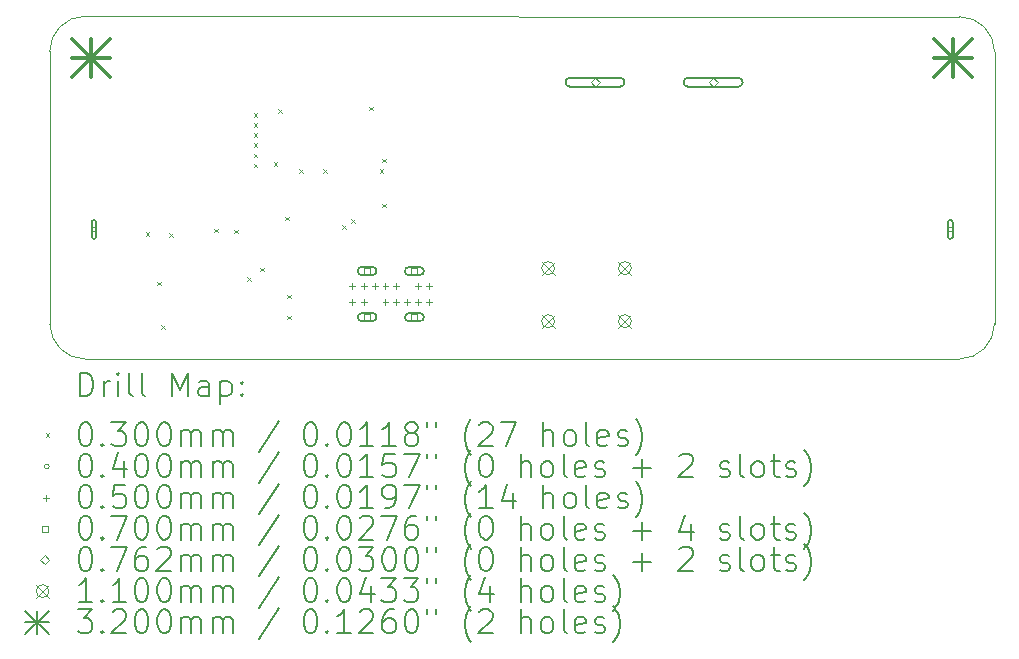
<source format=gbr>
%TF.GenerationSoftware,KiCad,Pcbnew,7.0.6-0*%
%TF.CreationDate,2024-01-24T21:05:43+01:00*%
%TF.ProjectId,smoke_extractorV1_1,736d6f6b-655f-4657-9874-726163746f72,rev?*%
%TF.SameCoordinates,Original*%
%TF.FileFunction,Drillmap*%
%TF.FilePolarity,Positive*%
%FSLAX45Y45*%
G04 Gerber Fmt 4.5, Leading zero omitted, Abs format (unit mm)*
G04 Created by KiCad (PCBNEW 7.0.6-0) date 2024-01-24 21:05:43*
%MOMM*%
%LPD*%
G01*
G04 APERTURE LIST*
%ADD10C,0.100000*%
%ADD11C,0.200000*%
%ADD12C,0.030000*%
%ADD13C,0.040000*%
%ADD14C,0.050000*%
%ADD15C,0.070000*%
%ADD16C,0.076200*%
%ADD17C,0.110000*%
%ADD18C,0.320000*%
G04 APERTURE END LIST*
D10*
X14092132Y-9490002D02*
G75*
G03*
X14390000Y-9190000I-2142J300002D01*
G01*
X6687753Y-6587379D02*
G75*
G03*
X6389885Y-6886000I2137J-300001D01*
G01*
X14092132Y-9490000D02*
X6691000Y-9489868D01*
X14390002Y-6887868D02*
G75*
G03*
X14090000Y-6590000I-300002J-2142D01*
G01*
X6391000Y-9192000D02*
X6389885Y-6886000D01*
X14090000Y-6590000D02*
X6687753Y-6587380D01*
X6391000Y-9192000D02*
G75*
G03*
X6691000Y-9489868I300000J2140D01*
G01*
X14390000Y-6887868D02*
X14390000Y-9190000D01*
D11*
D12*
X7202500Y-8415000D02*
X7232500Y-8445000D01*
X7232500Y-8415000D02*
X7202500Y-8445000D01*
X7302500Y-8835000D02*
X7332500Y-8865000D01*
X7332500Y-8835000D02*
X7302500Y-8865000D01*
X7332500Y-9205000D02*
X7362500Y-9235000D01*
X7362500Y-9205000D02*
X7332500Y-9235000D01*
X7402500Y-8425000D02*
X7432500Y-8455000D01*
X7432500Y-8425000D02*
X7402500Y-8455000D01*
X7785000Y-8385000D02*
X7815000Y-8415000D01*
X7815000Y-8385000D02*
X7785000Y-8415000D01*
X7952500Y-8395000D02*
X7982500Y-8425000D01*
X7982500Y-8395000D02*
X7952500Y-8425000D01*
X8062500Y-8795000D02*
X8092500Y-8825000D01*
X8092500Y-8795000D02*
X8062500Y-8825000D01*
X8117500Y-7410000D02*
X8147500Y-7440000D01*
X8147500Y-7410000D02*
X8117500Y-7440000D01*
X8117500Y-7495000D02*
X8147500Y-7525000D01*
X8147500Y-7495000D02*
X8117500Y-7525000D01*
X8117500Y-7580000D02*
X8147500Y-7610000D01*
X8147500Y-7580000D02*
X8117500Y-7610000D01*
X8117500Y-7665000D02*
X8147500Y-7695000D01*
X8147500Y-7665000D02*
X8117500Y-7695000D01*
X8117500Y-7750000D02*
X8147500Y-7780000D01*
X8147500Y-7750000D02*
X8117500Y-7780000D01*
X8117500Y-7835000D02*
X8147500Y-7865000D01*
X8147500Y-7835000D02*
X8117500Y-7865000D01*
X8172500Y-8715000D02*
X8202500Y-8745000D01*
X8202500Y-8715000D02*
X8172500Y-8745000D01*
X8285000Y-7825000D02*
X8315000Y-7855000D01*
X8315000Y-7825000D02*
X8285000Y-7855000D01*
X8325000Y-7375000D02*
X8355000Y-7405000D01*
X8355000Y-7375000D02*
X8325000Y-7405000D01*
X8385000Y-8285000D02*
X8415000Y-8315000D01*
X8415000Y-8285000D02*
X8385000Y-8315000D01*
X8402500Y-8945000D02*
X8432500Y-8975000D01*
X8432500Y-8945000D02*
X8402500Y-8975000D01*
X8402500Y-9125000D02*
X8432500Y-9155000D01*
X8432500Y-9125000D02*
X8402500Y-9155000D01*
X8505000Y-7885000D02*
X8535000Y-7915000D01*
X8535000Y-7885000D02*
X8505000Y-7915000D01*
X8705000Y-7885000D02*
X8735000Y-7915000D01*
X8735000Y-7885000D02*
X8705000Y-7915000D01*
X8865000Y-8355000D02*
X8895000Y-8385000D01*
X8895000Y-8355000D02*
X8865000Y-8385000D01*
X8945000Y-8305000D02*
X8975000Y-8335000D01*
X8975000Y-8305000D02*
X8945000Y-8335000D01*
X9095000Y-7355000D02*
X9125000Y-7385000D01*
X9125000Y-7355000D02*
X9095000Y-7385000D01*
X9185000Y-7885000D02*
X9215000Y-7915000D01*
X9215000Y-7885000D02*
X9185000Y-7915000D01*
X9205000Y-7795000D02*
X9235000Y-7825000D01*
X9235000Y-7795000D02*
X9205000Y-7825000D01*
X9205000Y-8175000D02*
X9235000Y-8205000D01*
X9235000Y-8175000D02*
X9205000Y-8205000D01*
D13*
X6784805Y-8392602D02*
G75*
G03*
X6784805Y-8392602I-20000J0D01*
G01*
D11*
X6784805Y-8452602D02*
X6784805Y-8332602D01*
X6784805Y-8332602D02*
G75*
G03*
X6744805Y-8332602I-20000J0D01*
G01*
X6744805Y-8332602D02*
X6744805Y-8452602D01*
X6744805Y-8452602D02*
G75*
G03*
X6784805Y-8452602I20000J0D01*
G01*
D13*
X14034805Y-8392602D02*
G75*
G03*
X14034805Y-8392602I-20000J0D01*
G01*
D11*
X13994805Y-8332602D02*
X13994805Y-8452602D01*
X13994805Y-8452602D02*
G75*
G03*
X14034805Y-8452602I20000J0D01*
G01*
X14034805Y-8452602D02*
X14034805Y-8332602D01*
X14034805Y-8332602D02*
G75*
G03*
X13994805Y-8332602I-20000J0D01*
G01*
D14*
X8952928Y-8845000D02*
X8952928Y-8895000D01*
X8927928Y-8870000D02*
X8977928Y-8870000D01*
X8952928Y-8985000D02*
X8952928Y-9035000D01*
X8927928Y-9010000D02*
X8977928Y-9010000D01*
X9047928Y-8845000D02*
X9047928Y-8895000D01*
X9022928Y-8870000D02*
X9072928Y-8870000D01*
X9047928Y-8985000D02*
X9047928Y-9035000D01*
X9022928Y-9010000D02*
X9072928Y-9010000D01*
X9142928Y-8845000D02*
X9142928Y-8895000D01*
X9117928Y-8870000D02*
X9167928Y-8870000D01*
X9232928Y-8845000D02*
X9232928Y-8895000D01*
X9207928Y-8870000D02*
X9257928Y-8870000D01*
X9232928Y-8985000D02*
X9232928Y-9035000D01*
X9207928Y-9010000D02*
X9257928Y-9010000D01*
X9322928Y-8845000D02*
X9322928Y-8895000D01*
X9297928Y-8870000D02*
X9347928Y-8870000D01*
X9322928Y-8985000D02*
X9322928Y-9035000D01*
X9297928Y-9010000D02*
X9347928Y-9010000D01*
X9412928Y-8985000D02*
X9412928Y-9035000D01*
X9387928Y-9010000D02*
X9437928Y-9010000D01*
X9507928Y-8845000D02*
X9507928Y-8895000D01*
X9482928Y-8870000D02*
X9532928Y-8870000D01*
X9507928Y-8985000D02*
X9507928Y-9035000D01*
X9482928Y-9010000D02*
X9532928Y-9010000D01*
X9602928Y-8845000D02*
X9602928Y-8895000D01*
X9577928Y-8870000D02*
X9627928Y-8870000D01*
X9602928Y-8985000D02*
X9602928Y-9035000D01*
X9577928Y-9010000D02*
X9627928Y-9010000D01*
D15*
X9102677Y-8769749D02*
X9102677Y-8720251D01*
X9053179Y-8720251D01*
X9053179Y-8769749D01*
X9102677Y-8769749D01*
D11*
X9032928Y-8780000D02*
X9122928Y-8780000D01*
X9122928Y-8780000D02*
G75*
G03*
X9122928Y-8710000I0J35000D01*
G01*
X9122928Y-8710000D02*
X9032928Y-8710000D01*
X9032928Y-8710000D02*
G75*
G03*
X9032928Y-8780000I0J-35000D01*
G01*
D15*
X9102677Y-9159749D02*
X9102677Y-9110251D01*
X9053179Y-9110251D01*
X9053179Y-9159749D01*
X9102677Y-9159749D01*
D11*
X9032928Y-9170000D02*
X9122928Y-9170000D01*
X9122928Y-9170000D02*
G75*
G03*
X9122928Y-9100000I0J35000D01*
G01*
X9122928Y-9100000D02*
X9032928Y-9100000D01*
X9032928Y-9100000D02*
G75*
G03*
X9032928Y-9170000I0J-35000D01*
G01*
D15*
X9502677Y-8769749D02*
X9502677Y-8720251D01*
X9453179Y-8720251D01*
X9453179Y-8769749D01*
X9502677Y-8769749D01*
D11*
X9432928Y-8780000D02*
X9522928Y-8780000D01*
X9522928Y-8780000D02*
G75*
G03*
X9522928Y-8710000I0J35000D01*
G01*
X9522928Y-8710000D02*
X9432928Y-8710000D01*
X9432928Y-8710000D02*
G75*
G03*
X9432928Y-8780000I0J-35000D01*
G01*
D15*
X9502677Y-9159749D02*
X9502677Y-9110251D01*
X9453179Y-9110251D01*
X9453179Y-9159749D01*
X9502677Y-9159749D01*
D11*
X9432928Y-9170000D02*
X9522928Y-9170000D01*
X9522928Y-9170000D02*
G75*
G03*
X9522928Y-9100000I0J35000D01*
G01*
X9522928Y-9100000D02*
X9432928Y-9100000D01*
X9432928Y-9100000D02*
G75*
G03*
X9432928Y-9170000I0J-35000D01*
G01*
D16*
X11007232Y-7183600D02*
X11045332Y-7145500D01*
X11007232Y-7107400D01*
X10969132Y-7145500D01*
X11007232Y-7183600D01*
D11*
X10795332Y-7183600D02*
X11219132Y-7183600D01*
X11219132Y-7183600D02*
G75*
G03*
X11219132Y-7107400I0J38100D01*
G01*
X11219132Y-7107400D02*
X10795332Y-7107400D01*
X10795332Y-7107400D02*
G75*
G03*
X10795332Y-7183600I0J-38100D01*
G01*
D16*
X12007232Y-7183600D02*
X12045332Y-7145500D01*
X12007232Y-7107400D01*
X11969132Y-7145500D01*
X12007232Y-7183600D01*
D11*
X11795332Y-7183600D02*
X12219132Y-7183600D01*
X12219132Y-7183600D02*
G75*
G03*
X12219132Y-7107400I0J38100D01*
G01*
X12219132Y-7107400D02*
X11795332Y-7107400D01*
X11795332Y-7107400D02*
G75*
G03*
X11795332Y-7183600I0J-38100D01*
G01*
D17*
X10555000Y-8665000D02*
X10665000Y-8775000D01*
X10665000Y-8665000D02*
X10555000Y-8775000D01*
X10665000Y-8720000D02*
G75*
G03*
X10665000Y-8720000I-55000J0D01*
G01*
X10555000Y-9115000D02*
X10665000Y-9225000D01*
X10665000Y-9115000D02*
X10555000Y-9225000D01*
X10665000Y-9170000D02*
G75*
G03*
X10665000Y-9170000I-55000J0D01*
G01*
X11205000Y-8665000D02*
X11315000Y-8775000D01*
X11315000Y-8665000D02*
X11205000Y-8775000D01*
X11315000Y-8720000D02*
G75*
G03*
X11315000Y-8720000I-55000J0D01*
G01*
X11205000Y-9115000D02*
X11315000Y-9225000D01*
X11315000Y-9115000D02*
X11205000Y-9225000D01*
X11315000Y-9170000D02*
G75*
G03*
X11315000Y-9170000I-55000J0D01*
G01*
D18*
X6580000Y-6780000D02*
X6900000Y-7100000D01*
X6900000Y-6780000D02*
X6580000Y-7100000D01*
X6740000Y-6780000D02*
X6740000Y-7100000D01*
X6580000Y-6940000D02*
X6900000Y-6940000D01*
X13880000Y-6780000D02*
X14200000Y-7100000D01*
X14200000Y-6780000D02*
X13880000Y-7100000D01*
X14040000Y-6780000D02*
X14040000Y-7100000D01*
X13880000Y-6940000D02*
X14200000Y-6940000D01*
D11*
X6645662Y-9806484D02*
X6645662Y-9606484D01*
X6645662Y-9606484D02*
X6693281Y-9606484D01*
X6693281Y-9606484D02*
X6721852Y-9616008D01*
X6721852Y-9616008D02*
X6740900Y-9635055D01*
X6740900Y-9635055D02*
X6750424Y-9654103D01*
X6750424Y-9654103D02*
X6759947Y-9692198D01*
X6759947Y-9692198D02*
X6759947Y-9720770D01*
X6759947Y-9720770D02*
X6750424Y-9758865D01*
X6750424Y-9758865D02*
X6740900Y-9777912D01*
X6740900Y-9777912D02*
X6721852Y-9796960D01*
X6721852Y-9796960D02*
X6693281Y-9806484D01*
X6693281Y-9806484D02*
X6645662Y-9806484D01*
X6845662Y-9806484D02*
X6845662Y-9673150D01*
X6845662Y-9711246D02*
X6855185Y-9692198D01*
X6855185Y-9692198D02*
X6864709Y-9682674D01*
X6864709Y-9682674D02*
X6883757Y-9673150D01*
X6883757Y-9673150D02*
X6902805Y-9673150D01*
X6969471Y-9806484D02*
X6969471Y-9673150D01*
X6969471Y-9606484D02*
X6959947Y-9616008D01*
X6959947Y-9616008D02*
X6969471Y-9625531D01*
X6969471Y-9625531D02*
X6978995Y-9616008D01*
X6978995Y-9616008D02*
X6969471Y-9606484D01*
X6969471Y-9606484D02*
X6969471Y-9625531D01*
X7093281Y-9806484D02*
X7074233Y-9796960D01*
X7074233Y-9796960D02*
X7064709Y-9777912D01*
X7064709Y-9777912D02*
X7064709Y-9606484D01*
X7198043Y-9806484D02*
X7178995Y-9796960D01*
X7178995Y-9796960D02*
X7169471Y-9777912D01*
X7169471Y-9777912D02*
X7169471Y-9606484D01*
X7426614Y-9806484D02*
X7426614Y-9606484D01*
X7426614Y-9606484D02*
X7493281Y-9749341D01*
X7493281Y-9749341D02*
X7559947Y-9606484D01*
X7559947Y-9606484D02*
X7559947Y-9806484D01*
X7740900Y-9806484D02*
X7740900Y-9701722D01*
X7740900Y-9701722D02*
X7731376Y-9682674D01*
X7731376Y-9682674D02*
X7712328Y-9673150D01*
X7712328Y-9673150D02*
X7674233Y-9673150D01*
X7674233Y-9673150D02*
X7655185Y-9682674D01*
X7740900Y-9796960D02*
X7721852Y-9806484D01*
X7721852Y-9806484D02*
X7674233Y-9806484D01*
X7674233Y-9806484D02*
X7655185Y-9796960D01*
X7655185Y-9796960D02*
X7645662Y-9777912D01*
X7645662Y-9777912D02*
X7645662Y-9758865D01*
X7645662Y-9758865D02*
X7655185Y-9739817D01*
X7655185Y-9739817D02*
X7674233Y-9730293D01*
X7674233Y-9730293D02*
X7721852Y-9730293D01*
X7721852Y-9730293D02*
X7740900Y-9720770D01*
X7836138Y-9673150D02*
X7836138Y-9873150D01*
X7836138Y-9682674D02*
X7855185Y-9673150D01*
X7855185Y-9673150D02*
X7893281Y-9673150D01*
X7893281Y-9673150D02*
X7912328Y-9682674D01*
X7912328Y-9682674D02*
X7921852Y-9692198D01*
X7921852Y-9692198D02*
X7931376Y-9711246D01*
X7931376Y-9711246D02*
X7931376Y-9768389D01*
X7931376Y-9768389D02*
X7921852Y-9787436D01*
X7921852Y-9787436D02*
X7912328Y-9796960D01*
X7912328Y-9796960D02*
X7893281Y-9806484D01*
X7893281Y-9806484D02*
X7855185Y-9806484D01*
X7855185Y-9806484D02*
X7836138Y-9796960D01*
X8017090Y-9787436D02*
X8026614Y-9796960D01*
X8026614Y-9796960D02*
X8017090Y-9806484D01*
X8017090Y-9806484D02*
X8007566Y-9796960D01*
X8007566Y-9796960D02*
X8017090Y-9787436D01*
X8017090Y-9787436D02*
X8017090Y-9806484D01*
X8017090Y-9682674D02*
X8026614Y-9692198D01*
X8026614Y-9692198D02*
X8017090Y-9701722D01*
X8017090Y-9701722D02*
X8007566Y-9692198D01*
X8007566Y-9692198D02*
X8017090Y-9682674D01*
X8017090Y-9682674D02*
X8017090Y-9701722D01*
D12*
X6354885Y-10120000D02*
X6384885Y-10150000D01*
X6384885Y-10120000D02*
X6354885Y-10150000D01*
D11*
X6683757Y-10026484D02*
X6702805Y-10026484D01*
X6702805Y-10026484D02*
X6721852Y-10036008D01*
X6721852Y-10036008D02*
X6731376Y-10045531D01*
X6731376Y-10045531D02*
X6740900Y-10064579D01*
X6740900Y-10064579D02*
X6750424Y-10102674D01*
X6750424Y-10102674D02*
X6750424Y-10150293D01*
X6750424Y-10150293D02*
X6740900Y-10188389D01*
X6740900Y-10188389D02*
X6731376Y-10207436D01*
X6731376Y-10207436D02*
X6721852Y-10216960D01*
X6721852Y-10216960D02*
X6702805Y-10226484D01*
X6702805Y-10226484D02*
X6683757Y-10226484D01*
X6683757Y-10226484D02*
X6664709Y-10216960D01*
X6664709Y-10216960D02*
X6655185Y-10207436D01*
X6655185Y-10207436D02*
X6645662Y-10188389D01*
X6645662Y-10188389D02*
X6636138Y-10150293D01*
X6636138Y-10150293D02*
X6636138Y-10102674D01*
X6636138Y-10102674D02*
X6645662Y-10064579D01*
X6645662Y-10064579D02*
X6655185Y-10045531D01*
X6655185Y-10045531D02*
X6664709Y-10036008D01*
X6664709Y-10036008D02*
X6683757Y-10026484D01*
X6836138Y-10207436D02*
X6845662Y-10216960D01*
X6845662Y-10216960D02*
X6836138Y-10226484D01*
X6836138Y-10226484D02*
X6826614Y-10216960D01*
X6826614Y-10216960D02*
X6836138Y-10207436D01*
X6836138Y-10207436D02*
X6836138Y-10226484D01*
X6912328Y-10026484D02*
X7036138Y-10026484D01*
X7036138Y-10026484D02*
X6969471Y-10102674D01*
X6969471Y-10102674D02*
X6998043Y-10102674D01*
X6998043Y-10102674D02*
X7017090Y-10112198D01*
X7017090Y-10112198D02*
X7026614Y-10121722D01*
X7026614Y-10121722D02*
X7036138Y-10140770D01*
X7036138Y-10140770D02*
X7036138Y-10188389D01*
X7036138Y-10188389D02*
X7026614Y-10207436D01*
X7026614Y-10207436D02*
X7017090Y-10216960D01*
X7017090Y-10216960D02*
X6998043Y-10226484D01*
X6998043Y-10226484D02*
X6940900Y-10226484D01*
X6940900Y-10226484D02*
X6921852Y-10216960D01*
X6921852Y-10216960D02*
X6912328Y-10207436D01*
X7159947Y-10026484D02*
X7178995Y-10026484D01*
X7178995Y-10026484D02*
X7198043Y-10036008D01*
X7198043Y-10036008D02*
X7207566Y-10045531D01*
X7207566Y-10045531D02*
X7217090Y-10064579D01*
X7217090Y-10064579D02*
X7226614Y-10102674D01*
X7226614Y-10102674D02*
X7226614Y-10150293D01*
X7226614Y-10150293D02*
X7217090Y-10188389D01*
X7217090Y-10188389D02*
X7207566Y-10207436D01*
X7207566Y-10207436D02*
X7198043Y-10216960D01*
X7198043Y-10216960D02*
X7178995Y-10226484D01*
X7178995Y-10226484D02*
X7159947Y-10226484D01*
X7159947Y-10226484D02*
X7140900Y-10216960D01*
X7140900Y-10216960D02*
X7131376Y-10207436D01*
X7131376Y-10207436D02*
X7121852Y-10188389D01*
X7121852Y-10188389D02*
X7112328Y-10150293D01*
X7112328Y-10150293D02*
X7112328Y-10102674D01*
X7112328Y-10102674D02*
X7121852Y-10064579D01*
X7121852Y-10064579D02*
X7131376Y-10045531D01*
X7131376Y-10045531D02*
X7140900Y-10036008D01*
X7140900Y-10036008D02*
X7159947Y-10026484D01*
X7350424Y-10026484D02*
X7369471Y-10026484D01*
X7369471Y-10026484D02*
X7388519Y-10036008D01*
X7388519Y-10036008D02*
X7398043Y-10045531D01*
X7398043Y-10045531D02*
X7407566Y-10064579D01*
X7407566Y-10064579D02*
X7417090Y-10102674D01*
X7417090Y-10102674D02*
X7417090Y-10150293D01*
X7417090Y-10150293D02*
X7407566Y-10188389D01*
X7407566Y-10188389D02*
X7398043Y-10207436D01*
X7398043Y-10207436D02*
X7388519Y-10216960D01*
X7388519Y-10216960D02*
X7369471Y-10226484D01*
X7369471Y-10226484D02*
X7350424Y-10226484D01*
X7350424Y-10226484D02*
X7331376Y-10216960D01*
X7331376Y-10216960D02*
X7321852Y-10207436D01*
X7321852Y-10207436D02*
X7312328Y-10188389D01*
X7312328Y-10188389D02*
X7302805Y-10150293D01*
X7302805Y-10150293D02*
X7302805Y-10102674D01*
X7302805Y-10102674D02*
X7312328Y-10064579D01*
X7312328Y-10064579D02*
X7321852Y-10045531D01*
X7321852Y-10045531D02*
X7331376Y-10036008D01*
X7331376Y-10036008D02*
X7350424Y-10026484D01*
X7502805Y-10226484D02*
X7502805Y-10093150D01*
X7502805Y-10112198D02*
X7512328Y-10102674D01*
X7512328Y-10102674D02*
X7531376Y-10093150D01*
X7531376Y-10093150D02*
X7559947Y-10093150D01*
X7559947Y-10093150D02*
X7578995Y-10102674D01*
X7578995Y-10102674D02*
X7588519Y-10121722D01*
X7588519Y-10121722D02*
X7588519Y-10226484D01*
X7588519Y-10121722D02*
X7598043Y-10102674D01*
X7598043Y-10102674D02*
X7617090Y-10093150D01*
X7617090Y-10093150D02*
X7645662Y-10093150D01*
X7645662Y-10093150D02*
X7664709Y-10102674D01*
X7664709Y-10102674D02*
X7674233Y-10121722D01*
X7674233Y-10121722D02*
X7674233Y-10226484D01*
X7769471Y-10226484D02*
X7769471Y-10093150D01*
X7769471Y-10112198D02*
X7778995Y-10102674D01*
X7778995Y-10102674D02*
X7798043Y-10093150D01*
X7798043Y-10093150D02*
X7826614Y-10093150D01*
X7826614Y-10093150D02*
X7845662Y-10102674D01*
X7845662Y-10102674D02*
X7855186Y-10121722D01*
X7855186Y-10121722D02*
X7855186Y-10226484D01*
X7855186Y-10121722D02*
X7864709Y-10102674D01*
X7864709Y-10102674D02*
X7883757Y-10093150D01*
X7883757Y-10093150D02*
X7912328Y-10093150D01*
X7912328Y-10093150D02*
X7931376Y-10102674D01*
X7931376Y-10102674D02*
X7940900Y-10121722D01*
X7940900Y-10121722D02*
X7940900Y-10226484D01*
X8331376Y-10016960D02*
X8159948Y-10274103D01*
X8588519Y-10026484D02*
X8607567Y-10026484D01*
X8607567Y-10026484D02*
X8626614Y-10036008D01*
X8626614Y-10036008D02*
X8636138Y-10045531D01*
X8636138Y-10045531D02*
X8645662Y-10064579D01*
X8645662Y-10064579D02*
X8655186Y-10102674D01*
X8655186Y-10102674D02*
X8655186Y-10150293D01*
X8655186Y-10150293D02*
X8645662Y-10188389D01*
X8645662Y-10188389D02*
X8636138Y-10207436D01*
X8636138Y-10207436D02*
X8626614Y-10216960D01*
X8626614Y-10216960D02*
X8607567Y-10226484D01*
X8607567Y-10226484D02*
X8588519Y-10226484D01*
X8588519Y-10226484D02*
X8569471Y-10216960D01*
X8569471Y-10216960D02*
X8559948Y-10207436D01*
X8559948Y-10207436D02*
X8550424Y-10188389D01*
X8550424Y-10188389D02*
X8540900Y-10150293D01*
X8540900Y-10150293D02*
X8540900Y-10102674D01*
X8540900Y-10102674D02*
X8550424Y-10064579D01*
X8550424Y-10064579D02*
X8559948Y-10045531D01*
X8559948Y-10045531D02*
X8569471Y-10036008D01*
X8569471Y-10036008D02*
X8588519Y-10026484D01*
X8740900Y-10207436D02*
X8750424Y-10216960D01*
X8750424Y-10216960D02*
X8740900Y-10226484D01*
X8740900Y-10226484D02*
X8731376Y-10216960D01*
X8731376Y-10216960D02*
X8740900Y-10207436D01*
X8740900Y-10207436D02*
X8740900Y-10226484D01*
X8874233Y-10026484D02*
X8893281Y-10026484D01*
X8893281Y-10026484D02*
X8912329Y-10036008D01*
X8912329Y-10036008D02*
X8921852Y-10045531D01*
X8921852Y-10045531D02*
X8931376Y-10064579D01*
X8931376Y-10064579D02*
X8940900Y-10102674D01*
X8940900Y-10102674D02*
X8940900Y-10150293D01*
X8940900Y-10150293D02*
X8931376Y-10188389D01*
X8931376Y-10188389D02*
X8921852Y-10207436D01*
X8921852Y-10207436D02*
X8912329Y-10216960D01*
X8912329Y-10216960D02*
X8893281Y-10226484D01*
X8893281Y-10226484D02*
X8874233Y-10226484D01*
X8874233Y-10226484D02*
X8855186Y-10216960D01*
X8855186Y-10216960D02*
X8845662Y-10207436D01*
X8845662Y-10207436D02*
X8836138Y-10188389D01*
X8836138Y-10188389D02*
X8826614Y-10150293D01*
X8826614Y-10150293D02*
X8826614Y-10102674D01*
X8826614Y-10102674D02*
X8836138Y-10064579D01*
X8836138Y-10064579D02*
X8845662Y-10045531D01*
X8845662Y-10045531D02*
X8855186Y-10036008D01*
X8855186Y-10036008D02*
X8874233Y-10026484D01*
X9131376Y-10226484D02*
X9017091Y-10226484D01*
X9074233Y-10226484D02*
X9074233Y-10026484D01*
X9074233Y-10026484D02*
X9055186Y-10055055D01*
X9055186Y-10055055D02*
X9036138Y-10074103D01*
X9036138Y-10074103D02*
X9017091Y-10083627D01*
X9321852Y-10226484D02*
X9207567Y-10226484D01*
X9264710Y-10226484D02*
X9264710Y-10026484D01*
X9264710Y-10026484D02*
X9245662Y-10055055D01*
X9245662Y-10055055D02*
X9226614Y-10074103D01*
X9226614Y-10074103D02*
X9207567Y-10083627D01*
X9436138Y-10112198D02*
X9417091Y-10102674D01*
X9417091Y-10102674D02*
X9407567Y-10093150D01*
X9407567Y-10093150D02*
X9398043Y-10074103D01*
X9398043Y-10074103D02*
X9398043Y-10064579D01*
X9398043Y-10064579D02*
X9407567Y-10045531D01*
X9407567Y-10045531D02*
X9417091Y-10036008D01*
X9417091Y-10036008D02*
X9436138Y-10026484D01*
X9436138Y-10026484D02*
X9474233Y-10026484D01*
X9474233Y-10026484D02*
X9493281Y-10036008D01*
X9493281Y-10036008D02*
X9502805Y-10045531D01*
X9502805Y-10045531D02*
X9512329Y-10064579D01*
X9512329Y-10064579D02*
X9512329Y-10074103D01*
X9512329Y-10074103D02*
X9502805Y-10093150D01*
X9502805Y-10093150D02*
X9493281Y-10102674D01*
X9493281Y-10102674D02*
X9474233Y-10112198D01*
X9474233Y-10112198D02*
X9436138Y-10112198D01*
X9436138Y-10112198D02*
X9417091Y-10121722D01*
X9417091Y-10121722D02*
X9407567Y-10131246D01*
X9407567Y-10131246D02*
X9398043Y-10150293D01*
X9398043Y-10150293D02*
X9398043Y-10188389D01*
X9398043Y-10188389D02*
X9407567Y-10207436D01*
X9407567Y-10207436D02*
X9417091Y-10216960D01*
X9417091Y-10216960D02*
X9436138Y-10226484D01*
X9436138Y-10226484D02*
X9474233Y-10226484D01*
X9474233Y-10226484D02*
X9493281Y-10216960D01*
X9493281Y-10216960D02*
X9502805Y-10207436D01*
X9502805Y-10207436D02*
X9512329Y-10188389D01*
X9512329Y-10188389D02*
X9512329Y-10150293D01*
X9512329Y-10150293D02*
X9502805Y-10131246D01*
X9502805Y-10131246D02*
X9493281Y-10121722D01*
X9493281Y-10121722D02*
X9474233Y-10112198D01*
X9588519Y-10026484D02*
X9588519Y-10064579D01*
X9664710Y-10026484D02*
X9664710Y-10064579D01*
X9959948Y-10302674D02*
X9950424Y-10293150D01*
X9950424Y-10293150D02*
X9931376Y-10264579D01*
X9931376Y-10264579D02*
X9921853Y-10245531D01*
X9921853Y-10245531D02*
X9912329Y-10216960D01*
X9912329Y-10216960D02*
X9902805Y-10169341D01*
X9902805Y-10169341D02*
X9902805Y-10131246D01*
X9902805Y-10131246D02*
X9912329Y-10083627D01*
X9912329Y-10083627D02*
X9921853Y-10055055D01*
X9921853Y-10055055D02*
X9931376Y-10036008D01*
X9931376Y-10036008D02*
X9950424Y-10007436D01*
X9950424Y-10007436D02*
X9959948Y-9997912D01*
X10026614Y-10045531D02*
X10036138Y-10036008D01*
X10036138Y-10036008D02*
X10055186Y-10026484D01*
X10055186Y-10026484D02*
X10102805Y-10026484D01*
X10102805Y-10026484D02*
X10121853Y-10036008D01*
X10121853Y-10036008D02*
X10131376Y-10045531D01*
X10131376Y-10045531D02*
X10140900Y-10064579D01*
X10140900Y-10064579D02*
X10140900Y-10083627D01*
X10140900Y-10083627D02*
X10131376Y-10112198D01*
X10131376Y-10112198D02*
X10017091Y-10226484D01*
X10017091Y-10226484D02*
X10140900Y-10226484D01*
X10207567Y-10026484D02*
X10340900Y-10026484D01*
X10340900Y-10026484D02*
X10255186Y-10226484D01*
X10569472Y-10226484D02*
X10569472Y-10026484D01*
X10655186Y-10226484D02*
X10655186Y-10121722D01*
X10655186Y-10121722D02*
X10645662Y-10102674D01*
X10645662Y-10102674D02*
X10626615Y-10093150D01*
X10626615Y-10093150D02*
X10598043Y-10093150D01*
X10598043Y-10093150D02*
X10578995Y-10102674D01*
X10578995Y-10102674D02*
X10569472Y-10112198D01*
X10778995Y-10226484D02*
X10759948Y-10216960D01*
X10759948Y-10216960D02*
X10750424Y-10207436D01*
X10750424Y-10207436D02*
X10740900Y-10188389D01*
X10740900Y-10188389D02*
X10740900Y-10131246D01*
X10740900Y-10131246D02*
X10750424Y-10112198D01*
X10750424Y-10112198D02*
X10759948Y-10102674D01*
X10759948Y-10102674D02*
X10778995Y-10093150D01*
X10778995Y-10093150D02*
X10807567Y-10093150D01*
X10807567Y-10093150D02*
X10826615Y-10102674D01*
X10826615Y-10102674D02*
X10836138Y-10112198D01*
X10836138Y-10112198D02*
X10845662Y-10131246D01*
X10845662Y-10131246D02*
X10845662Y-10188389D01*
X10845662Y-10188389D02*
X10836138Y-10207436D01*
X10836138Y-10207436D02*
X10826615Y-10216960D01*
X10826615Y-10216960D02*
X10807567Y-10226484D01*
X10807567Y-10226484D02*
X10778995Y-10226484D01*
X10959948Y-10226484D02*
X10940900Y-10216960D01*
X10940900Y-10216960D02*
X10931376Y-10197912D01*
X10931376Y-10197912D02*
X10931376Y-10026484D01*
X11112329Y-10216960D02*
X11093281Y-10226484D01*
X11093281Y-10226484D02*
X11055186Y-10226484D01*
X11055186Y-10226484D02*
X11036138Y-10216960D01*
X11036138Y-10216960D02*
X11026615Y-10197912D01*
X11026615Y-10197912D02*
X11026615Y-10121722D01*
X11026615Y-10121722D02*
X11036138Y-10102674D01*
X11036138Y-10102674D02*
X11055186Y-10093150D01*
X11055186Y-10093150D02*
X11093281Y-10093150D01*
X11093281Y-10093150D02*
X11112329Y-10102674D01*
X11112329Y-10102674D02*
X11121853Y-10121722D01*
X11121853Y-10121722D02*
X11121853Y-10140770D01*
X11121853Y-10140770D02*
X11026615Y-10159817D01*
X11198043Y-10216960D02*
X11217091Y-10226484D01*
X11217091Y-10226484D02*
X11255186Y-10226484D01*
X11255186Y-10226484D02*
X11274234Y-10216960D01*
X11274234Y-10216960D02*
X11283757Y-10197912D01*
X11283757Y-10197912D02*
X11283757Y-10188389D01*
X11283757Y-10188389D02*
X11274234Y-10169341D01*
X11274234Y-10169341D02*
X11255186Y-10159817D01*
X11255186Y-10159817D02*
X11226614Y-10159817D01*
X11226614Y-10159817D02*
X11207567Y-10150293D01*
X11207567Y-10150293D02*
X11198043Y-10131246D01*
X11198043Y-10131246D02*
X11198043Y-10121722D01*
X11198043Y-10121722D02*
X11207567Y-10102674D01*
X11207567Y-10102674D02*
X11226614Y-10093150D01*
X11226614Y-10093150D02*
X11255186Y-10093150D01*
X11255186Y-10093150D02*
X11274234Y-10102674D01*
X11350424Y-10302674D02*
X11359948Y-10293150D01*
X11359948Y-10293150D02*
X11378995Y-10264579D01*
X11378995Y-10264579D02*
X11388519Y-10245531D01*
X11388519Y-10245531D02*
X11398043Y-10216960D01*
X11398043Y-10216960D02*
X11407567Y-10169341D01*
X11407567Y-10169341D02*
X11407567Y-10131246D01*
X11407567Y-10131246D02*
X11398043Y-10083627D01*
X11398043Y-10083627D02*
X11388519Y-10055055D01*
X11388519Y-10055055D02*
X11378995Y-10036008D01*
X11378995Y-10036008D02*
X11359948Y-10007436D01*
X11359948Y-10007436D02*
X11350424Y-9997912D01*
D13*
X6384885Y-10399000D02*
G75*
G03*
X6384885Y-10399000I-20000J0D01*
G01*
D11*
X6683757Y-10290484D02*
X6702805Y-10290484D01*
X6702805Y-10290484D02*
X6721852Y-10300008D01*
X6721852Y-10300008D02*
X6731376Y-10309531D01*
X6731376Y-10309531D02*
X6740900Y-10328579D01*
X6740900Y-10328579D02*
X6750424Y-10366674D01*
X6750424Y-10366674D02*
X6750424Y-10414293D01*
X6750424Y-10414293D02*
X6740900Y-10452389D01*
X6740900Y-10452389D02*
X6731376Y-10471436D01*
X6731376Y-10471436D02*
X6721852Y-10480960D01*
X6721852Y-10480960D02*
X6702805Y-10490484D01*
X6702805Y-10490484D02*
X6683757Y-10490484D01*
X6683757Y-10490484D02*
X6664709Y-10480960D01*
X6664709Y-10480960D02*
X6655185Y-10471436D01*
X6655185Y-10471436D02*
X6645662Y-10452389D01*
X6645662Y-10452389D02*
X6636138Y-10414293D01*
X6636138Y-10414293D02*
X6636138Y-10366674D01*
X6636138Y-10366674D02*
X6645662Y-10328579D01*
X6645662Y-10328579D02*
X6655185Y-10309531D01*
X6655185Y-10309531D02*
X6664709Y-10300008D01*
X6664709Y-10300008D02*
X6683757Y-10290484D01*
X6836138Y-10471436D02*
X6845662Y-10480960D01*
X6845662Y-10480960D02*
X6836138Y-10490484D01*
X6836138Y-10490484D02*
X6826614Y-10480960D01*
X6826614Y-10480960D02*
X6836138Y-10471436D01*
X6836138Y-10471436D02*
X6836138Y-10490484D01*
X7017090Y-10357150D02*
X7017090Y-10490484D01*
X6969471Y-10280960D02*
X6921852Y-10423817D01*
X6921852Y-10423817D02*
X7045662Y-10423817D01*
X7159947Y-10290484D02*
X7178995Y-10290484D01*
X7178995Y-10290484D02*
X7198043Y-10300008D01*
X7198043Y-10300008D02*
X7207566Y-10309531D01*
X7207566Y-10309531D02*
X7217090Y-10328579D01*
X7217090Y-10328579D02*
X7226614Y-10366674D01*
X7226614Y-10366674D02*
X7226614Y-10414293D01*
X7226614Y-10414293D02*
X7217090Y-10452389D01*
X7217090Y-10452389D02*
X7207566Y-10471436D01*
X7207566Y-10471436D02*
X7198043Y-10480960D01*
X7198043Y-10480960D02*
X7178995Y-10490484D01*
X7178995Y-10490484D02*
X7159947Y-10490484D01*
X7159947Y-10490484D02*
X7140900Y-10480960D01*
X7140900Y-10480960D02*
X7131376Y-10471436D01*
X7131376Y-10471436D02*
X7121852Y-10452389D01*
X7121852Y-10452389D02*
X7112328Y-10414293D01*
X7112328Y-10414293D02*
X7112328Y-10366674D01*
X7112328Y-10366674D02*
X7121852Y-10328579D01*
X7121852Y-10328579D02*
X7131376Y-10309531D01*
X7131376Y-10309531D02*
X7140900Y-10300008D01*
X7140900Y-10300008D02*
X7159947Y-10290484D01*
X7350424Y-10290484D02*
X7369471Y-10290484D01*
X7369471Y-10290484D02*
X7388519Y-10300008D01*
X7388519Y-10300008D02*
X7398043Y-10309531D01*
X7398043Y-10309531D02*
X7407566Y-10328579D01*
X7407566Y-10328579D02*
X7417090Y-10366674D01*
X7417090Y-10366674D02*
X7417090Y-10414293D01*
X7417090Y-10414293D02*
X7407566Y-10452389D01*
X7407566Y-10452389D02*
X7398043Y-10471436D01*
X7398043Y-10471436D02*
X7388519Y-10480960D01*
X7388519Y-10480960D02*
X7369471Y-10490484D01*
X7369471Y-10490484D02*
X7350424Y-10490484D01*
X7350424Y-10490484D02*
X7331376Y-10480960D01*
X7331376Y-10480960D02*
X7321852Y-10471436D01*
X7321852Y-10471436D02*
X7312328Y-10452389D01*
X7312328Y-10452389D02*
X7302805Y-10414293D01*
X7302805Y-10414293D02*
X7302805Y-10366674D01*
X7302805Y-10366674D02*
X7312328Y-10328579D01*
X7312328Y-10328579D02*
X7321852Y-10309531D01*
X7321852Y-10309531D02*
X7331376Y-10300008D01*
X7331376Y-10300008D02*
X7350424Y-10290484D01*
X7502805Y-10490484D02*
X7502805Y-10357150D01*
X7502805Y-10376198D02*
X7512328Y-10366674D01*
X7512328Y-10366674D02*
X7531376Y-10357150D01*
X7531376Y-10357150D02*
X7559947Y-10357150D01*
X7559947Y-10357150D02*
X7578995Y-10366674D01*
X7578995Y-10366674D02*
X7588519Y-10385722D01*
X7588519Y-10385722D02*
X7588519Y-10490484D01*
X7588519Y-10385722D02*
X7598043Y-10366674D01*
X7598043Y-10366674D02*
X7617090Y-10357150D01*
X7617090Y-10357150D02*
X7645662Y-10357150D01*
X7645662Y-10357150D02*
X7664709Y-10366674D01*
X7664709Y-10366674D02*
X7674233Y-10385722D01*
X7674233Y-10385722D02*
X7674233Y-10490484D01*
X7769471Y-10490484D02*
X7769471Y-10357150D01*
X7769471Y-10376198D02*
X7778995Y-10366674D01*
X7778995Y-10366674D02*
X7798043Y-10357150D01*
X7798043Y-10357150D02*
X7826614Y-10357150D01*
X7826614Y-10357150D02*
X7845662Y-10366674D01*
X7845662Y-10366674D02*
X7855186Y-10385722D01*
X7855186Y-10385722D02*
X7855186Y-10490484D01*
X7855186Y-10385722D02*
X7864709Y-10366674D01*
X7864709Y-10366674D02*
X7883757Y-10357150D01*
X7883757Y-10357150D02*
X7912328Y-10357150D01*
X7912328Y-10357150D02*
X7931376Y-10366674D01*
X7931376Y-10366674D02*
X7940900Y-10385722D01*
X7940900Y-10385722D02*
X7940900Y-10490484D01*
X8331376Y-10280960D02*
X8159948Y-10538103D01*
X8588519Y-10290484D02*
X8607567Y-10290484D01*
X8607567Y-10290484D02*
X8626614Y-10300008D01*
X8626614Y-10300008D02*
X8636138Y-10309531D01*
X8636138Y-10309531D02*
X8645662Y-10328579D01*
X8645662Y-10328579D02*
X8655186Y-10366674D01*
X8655186Y-10366674D02*
X8655186Y-10414293D01*
X8655186Y-10414293D02*
X8645662Y-10452389D01*
X8645662Y-10452389D02*
X8636138Y-10471436D01*
X8636138Y-10471436D02*
X8626614Y-10480960D01*
X8626614Y-10480960D02*
X8607567Y-10490484D01*
X8607567Y-10490484D02*
X8588519Y-10490484D01*
X8588519Y-10490484D02*
X8569471Y-10480960D01*
X8569471Y-10480960D02*
X8559948Y-10471436D01*
X8559948Y-10471436D02*
X8550424Y-10452389D01*
X8550424Y-10452389D02*
X8540900Y-10414293D01*
X8540900Y-10414293D02*
X8540900Y-10366674D01*
X8540900Y-10366674D02*
X8550424Y-10328579D01*
X8550424Y-10328579D02*
X8559948Y-10309531D01*
X8559948Y-10309531D02*
X8569471Y-10300008D01*
X8569471Y-10300008D02*
X8588519Y-10290484D01*
X8740900Y-10471436D02*
X8750424Y-10480960D01*
X8750424Y-10480960D02*
X8740900Y-10490484D01*
X8740900Y-10490484D02*
X8731376Y-10480960D01*
X8731376Y-10480960D02*
X8740900Y-10471436D01*
X8740900Y-10471436D02*
X8740900Y-10490484D01*
X8874233Y-10290484D02*
X8893281Y-10290484D01*
X8893281Y-10290484D02*
X8912329Y-10300008D01*
X8912329Y-10300008D02*
X8921852Y-10309531D01*
X8921852Y-10309531D02*
X8931376Y-10328579D01*
X8931376Y-10328579D02*
X8940900Y-10366674D01*
X8940900Y-10366674D02*
X8940900Y-10414293D01*
X8940900Y-10414293D02*
X8931376Y-10452389D01*
X8931376Y-10452389D02*
X8921852Y-10471436D01*
X8921852Y-10471436D02*
X8912329Y-10480960D01*
X8912329Y-10480960D02*
X8893281Y-10490484D01*
X8893281Y-10490484D02*
X8874233Y-10490484D01*
X8874233Y-10490484D02*
X8855186Y-10480960D01*
X8855186Y-10480960D02*
X8845662Y-10471436D01*
X8845662Y-10471436D02*
X8836138Y-10452389D01*
X8836138Y-10452389D02*
X8826614Y-10414293D01*
X8826614Y-10414293D02*
X8826614Y-10366674D01*
X8826614Y-10366674D02*
X8836138Y-10328579D01*
X8836138Y-10328579D02*
X8845662Y-10309531D01*
X8845662Y-10309531D02*
X8855186Y-10300008D01*
X8855186Y-10300008D02*
X8874233Y-10290484D01*
X9131376Y-10490484D02*
X9017091Y-10490484D01*
X9074233Y-10490484D02*
X9074233Y-10290484D01*
X9074233Y-10290484D02*
X9055186Y-10319055D01*
X9055186Y-10319055D02*
X9036138Y-10338103D01*
X9036138Y-10338103D02*
X9017091Y-10347627D01*
X9312329Y-10290484D02*
X9217091Y-10290484D01*
X9217091Y-10290484D02*
X9207567Y-10385722D01*
X9207567Y-10385722D02*
X9217091Y-10376198D01*
X9217091Y-10376198D02*
X9236138Y-10366674D01*
X9236138Y-10366674D02*
X9283757Y-10366674D01*
X9283757Y-10366674D02*
X9302805Y-10376198D01*
X9302805Y-10376198D02*
X9312329Y-10385722D01*
X9312329Y-10385722D02*
X9321852Y-10404770D01*
X9321852Y-10404770D02*
X9321852Y-10452389D01*
X9321852Y-10452389D02*
X9312329Y-10471436D01*
X9312329Y-10471436D02*
X9302805Y-10480960D01*
X9302805Y-10480960D02*
X9283757Y-10490484D01*
X9283757Y-10490484D02*
X9236138Y-10490484D01*
X9236138Y-10490484D02*
X9217091Y-10480960D01*
X9217091Y-10480960D02*
X9207567Y-10471436D01*
X9388519Y-10290484D02*
X9521852Y-10290484D01*
X9521852Y-10290484D02*
X9436138Y-10490484D01*
X9588519Y-10290484D02*
X9588519Y-10328579D01*
X9664710Y-10290484D02*
X9664710Y-10328579D01*
X9959948Y-10566674D02*
X9950424Y-10557150D01*
X9950424Y-10557150D02*
X9931376Y-10528579D01*
X9931376Y-10528579D02*
X9921853Y-10509531D01*
X9921853Y-10509531D02*
X9912329Y-10480960D01*
X9912329Y-10480960D02*
X9902805Y-10433341D01*
X9902805Y-10433341D02*
X9902805Y-10395246D01*
X9902805Y-10395246D02*
X9912329Y-10347627D01*
X9912329Y-10347627D02*
X9921853Y-10319055D01*
X9921853Y-10319055D02*
X9931376Y-10300008D01*
X9931376Y-10300008D02*
X9950424Y-10271436D01*
X9950424Y-10271436D02*
X9959948Y-10261912D01*
X10074233Y-10290484D02*
X10093281Y-10290484D01*
X10093281Y-10290484D02*
X10112329Y-10300008D01*
X10112329Y-10300008D02*
X10121853Y-10309531D01*
X10121853Y-10309531D02*
X10131376Y-10328579D01*
X10131376Y-10328579D02*
X10140900Y-10366674D01*
X10140900Y-10366674D02*
X10140900Y-10414293D01*
X10140900Y-10414293D02*
X10131376Y-10452389D01*
X10131376Y-10452389D02*
X10121853Y-10471436D01*
X10121853Y-10471436D02*
X10112329Y-10480960D01*
X10112329Y-10480960D02*
X10093281Y-10490484D01*
X10093281Y-10490484D02*
X10074233Y-10490484D01*
X10074233Y-10490484D02*
X10055186Y-10480960D01*
X10055186Y-10480960D02*
X10045662Y-10471436D01*
X10045662Y-10471436D02*
X10036138Y-10452389D01*
X10036138Y-10452389D02*
X10026614Y-10414293D01*
X10026614Y-10414293D02*
X10026614Y-10366674D01*
X10026614Y-10366674D02*
X10036138Y-10328579D01*
X10036138Y-10328579D02*
X10045662Y-10309531D01*
X10045662Y-10309531D02*
X10055186Y-10300008D01*
X10055186Y-10300008D02*
X10074233Y-10290484D01*
X10378995Y-10490484D02*
X10378995Y-10290484D01*
X10464710Y-10490484D02*
X10464710Y-10385722D01*
X10464710Y-10385722D02*
X10455186Y-10366674D01*
X10455186Y-10366674D02*
X10436138Y-10357150D01*
X10436138Y-10357150D02*
X10407567Y-10357150D01*
X10407567Y-10357150D02*
X10388519Y-10366674D01*
X10388519Y-10366674D02*
X10378995Y-10376198D01*
X10588519Y-10490484D02*
X10569472Y-10480960D01*
X10569472Y-10480960D02*
X10559948Y-10471436D01*
X10559948Y-10471436D02*
X10550424Y-10452389D01*
X10550424Y-10452389D02*
X10550424Y-10395246D01*
X10550424Y-10395246D02*
X10559948Y-10376198D01*
X10559948Y-10376198D02*
X10569472Y-10366674D01*
X10569472Y-10366674D02*
X10588519Y-10357150D01*
X10588519Y-10357150D02*
X10617091Y-10357150D01*
X10617091Y-10357150D02*
X10636138Y-10366674D01*
X10636138Y-10366674D02*
X10645662Y-10376198D01*
X10645662Y-10376198D02*
X10655186Y-10395246D01*
X10655186Y-10395246D02*
X10655186Y-10452389D01*
X10655186Y-10452389D02*
X10645662Y-10471436D01*
X10645662Y-10471436D02*
X10636138Y-10480960D01*
X10636138Y-10480960D02*
X10617091Y-10490484D01*
X10617091Y-10490484D02*
X10588519Y-10490484D01*
X10769472Y-10490484D02*
X10750424Y-10480960D01*
X10750424Y-10480960D02*
X10740900Y-10461912D01*
X10740900Y-10461912D02*
X10740900Y-10290484D01*
X10921853Y-10480960D02*
X10902805Y-10490484D01*
X10902805Y-10490484D02*
X10864710Y-10490484D01*
X10864710Y-10490484D02*
X10845662Y-10480960D01*
X10845662Y-10480960D02*
X10836138Y-10461912D01*
X10836138Y-10461912D02*
X10836138Y-10385722D01*
X10836138Y-10385722D02*
X10845662Y-10366674D01*
X10845662Y-10366674D02*
X10864710Y-10357150D01*
X10864710Y-10357150D02*
X10902805Y-10357150D01*
X10902805Y-10357150D02*
X10921853Y-10366674D01*
X10921853Y-10366674D02*
X10931376Y-10385722D01*
X10931376Y-10385722D02*
X10931376Y-10404770D01*
X10931376Y-10404770D02*
X10836138Y-10423817D01*
X11007567Y-10480960D02*
X11026615Y-10490484D01*
X11026615Y-10490484D02*
X11064710Y-10490484D01*
X11064710Y-10490484D02*
X11083757Y-10480960D01*
X11083757Y-10480960D02*
X11093281Y-10461912D01*
X11093281Y-10461912D02*
X11093281Y-10452389D01*
X11093281Y-10452389D02*
X11083757Y-10433341D01*
X11083757Y-10433341D02*
X11064710Y-10423817D01*
X11064710Y-10423817D02*
X11036138Y-10423817D01*
X11036138Y-10423817D02*
X11017091Y-10414293D01*
X11017091Y-10414293D02*
X11007567Y-10395246D01*
X11007567Y-10395246D02*
X11007567Y-10385722D01*
X11007567Y-10385722D02*
X11017091Y-10366674D01*
X11017091Y-10366674D02*
X11036138Y-10357150D01*
X11036138Y-10357150D02*
X11064710Y-10357150D01*
X11064710Y-10357150D02*
X11083757Y-10366674D01*
X11331376Y-10414293D02*
X11483757Y-10414293D01*
X11407567Y-10490484D02*
X11407567Y-10338103D01*
X11721853Y-10309531D02*
X11731376Y-10300008D01*
X11731376Y-10300008D02*
X11750424Y-10290484D01*
X11750424Y-10290484D02*
X11798043Y-10290484D01*
X11798043Y-10290484D02*
X11817091Y-10300008D01*
X11817091Y-10300008D02*
X11826615Y-10309531D01*
X11826615Y-10309531D02*
X11836138Y-10328579D01*
X11836138Y-10328579D02*
X11836138Y-10347627D01*
X11836138Y-10347627D02*
X11826615Y-10376198D01*
X11826615Y-10376198D02*
X11712329Y-10490484D01*
X11712329Y-10490484D02*
X11836138Y-10490484D01*
X12064710Y-10480960D02*
X12083757Y-10490484D01*
X12083757Y-10490484D02*
X12121853Y-10490484D01*
X12121853Y-10490484D02*
X12140900Y-10480960D01*
X12140900Y-10480960D02*
X12150424Y-10461912D01*
X12150424Y-10461912D02*
X12150424Y-10452389D01*
X12150424Y-10452389D02*
X12140900Y-10433341D01*
X12140900Y-10433341D02*
X12121853Y-10423817D01*
X12121853Y-10423817D02*
X12093281Y-10423817D01*
X12093281Y-10423817D02*
X12074234Y-10414293D01*
X12074234Y-10414293D02*
X12064710Y-10395246D01*
X12064710Y-10395246D02*
X12064710Y-10385722D01*
X12064710Y-10385722D02*
X12074234Y-10366674D01*
X12074234Y-10366674D02*
X12093281Y-10357150D01*
X12093281Y-10357150D02*
X12121853Y-10357150D01*
X12121853Y-10357150D02*
X12140900Y-10366674D01*
X12264710Y-10490484D02*
X12245662Y-10480960D01*
X12245662Y-10480960D02*
X12236138Y-10461912D01*
X12236138Y-10461912D02*
X12236138Y-10290484D01*
X12369472Y-10490484D02*
X12350424Y-10480960D01*
X12350424Y-10480960D02*
X12340900Y-10471436D01*
X12340900Y-10471436D02*
X12331377Y-10452389D01*
X12331377Y-10452389D02*
X12331377Y-10395246D01*
X12331377Y-10395246D02*
X12340900Y-10376198D01*
X12340900Y-10376198D02*
X12350424Y-10366674D01*
X12350424Y-10366674D02*
X12369472Y-10357150D01*
X12369472Y-10357150D02*
X12398043Y-10357150D01*
X12398043Y-10357150D02*
X12417091Y-10366674D01*
X12417091Y-10366674D02*
X12426615Y-10376198D01*
X12426615Y-10376198D02*
X12436138Y-10395246D01*
X12436138Y-10395246D02*
X12436138Y-10452389D01*
X12436138Y-10452389D02*
X12426615Y-10471436D01*
X12426615Y-10471436D02*
X12417091Y-10480960D01*
X12417091Y-10480960D02*
X12398043Y-10490484D01*
X12398043Y-10490484D02*
X12369472Y-10490484D01*
X12493281Y-10357150D02*
X12569472Y-10357150D01*
X12521853Y-10290484D02*
X12521853Y-10461912D01*
X12521853Y-10461912D02*
X12531377Y-10480960D01*
X12531377Y-10480960D02*
X12550424Y-10490484D01*
X12550424Y-10490484D02*
X12569472Y-10490484D01*
X12626615Y-10480960D02*
X12645662Y-10490484D01*
X12645662Y-10490484D02*
X12683757Y-10490484D01*
X12683757Y-10490484D02*
X12702805Y-10480960D01*
X12702805Y-10480960D02*
X12712329Y-10461912D01*
X12712329Y-10461912D02*
X12712329Y-10452389D01*
X12712329Y-10452389D02*
X12702805Y-10433341D01*
X12702805Y-10433341D02*
X12683757Y-10423817D01*
X12683757Y-10423817D02*
X12655186Y-10423817D01*
X12655186Y-10423817D02*
X12636138Y-10414293D01*
X12636138Y-10414293D02*
X12626615Y-10395246D01*
X12626615Y-10395246D02*
X12626615Y-10385722D01*
X12626615Y-10385722D02*
X12636138Y-10366674D01*
X12636138Y-10366674D02*
X12655186Y-10357150D01*
X12655186Y-10357150D02*
X12683757Y-10357150D01*
X12683757Y-10357150D02*
X12702805Y-10366674D01*
X12778996Y-10566674D02*
X12788519Y-10557150D01*
X12788519Y-10557150D02*
X12807567Y-10528579D01*
X12807567Y-10528579D02*
X12817091Y-10509531D01*
X12817091Y-10509531D02*
X12826615Y-10480960D01*
X12826615Y-10480960D02*
X12836138Y-10433341D01*
X12836138Y-10433341D02*
X12836138Y-10395246D01*
X12836138Y-10395246D02*
X12826615Y-10347627D01*
X12826615Y-10347627D02*
X12817091Y-10319055D01*
X12817091Y-10319055D02*
X12807567Y-10300008D01*
X12807567Y-10300008D02*
X12788519Y-10271436D01*
X12788519Y-10271436D02*
X12778996Y-10261912D01*
D14*
X6359885Y-10638000D02*
X6359885Y-10688000D01*
X6334885Y-10663000D02*
X6384885Y-10663000D01*
D11*
X6683757Y-10554484D02*
X6702805Y-10554484D01*
X6702805Y-10554484D02*
X6721852Y-10564008D01*
X6721852Y-10564008D02*
X6731376Y-10573531D01*
X6731376Y-10573531D02*
X6740900Y-10592579D01*
X6740900Y-10592579D02*
X6750424Y-10630674D01*
X6750424Y-10630674D02*
X6750424Y-10678293D01*
X6750424Y-10678293D02*
X6740900Y-10716389D01*
X6740900Y-10716389D02*
X6731376Y-10735436D01*
X6731376Y-10735436D02*
X6721852Y-10744960D01*
X6721852Y-10744960D02*
X6702805Y-10754484D01*
X6702805Y-10754484D02*
X6683757Y-10754484D01*
X6683757Y-10754484D02*
X6664709Y-10744960D01*
X6664709Y-10744960D02*
X6655185Y-10735436D01*
X6655185Y-10735436D02*
X6645662Y-10716389D01*
X6645662Y-10716389D02*
X6636138Y-10678293D01*
X6636138Y-10678293D02*
X6636138Y-10630674D01*
X6636138Y-10630674D02*
X6645662Y-10592579D01*
X6645662Y-10592579D02*
X6655185Y-10573531D01*
X6655185Y-10573531D02*
X6664709Y-10564008D01*
X6664709Y-10564008D02*
X6683757Y-10554484D01*
X6836138Y-10735436D02*
X6845662Y-10744960D01*
X6845662Y-10744960D02*
X6836138Y-10754484D01*
X6836138Y-10754484D02*
X6826614Y-10744960D01*
X6826614Y-10744960D02*
X6836138Y-10735436D01*
X6836138Y-10735436D02*
X6836138Y-10754484D01*
X7026614Y-10554484D02*
X6931376Y-10554484D01*
X6931376Y-10554484D02*
X6921852Y-10649722D01*
X6921852Y-10649722D02*
X6931376Y-10640198D01*
X6931376Y-10640198D02*
X6950424Y-10630674D01*
X6950424Y-10630674D02*
X6998043Y-10630674D01*
X6998043Y-10630674D02*
X7017090Y-10640198D01*
X7017090Y-10640198D02*
X7026614Y-10649722D01*
X7026614Y-10649722D02*
X7036138Y-10668770D01*
X7036138Y-10668770D02*
X7036138Y-10716389D01*
X7036138Y-10716389D02*
X7026614Y-10735436D01*
X7026614Y-10735436D02*
X7017090Y-10744960D01*
X7017090Y-10744960D02*
X6998043Y-10754484D01*
X6998043Y-10754484D02*
X6950424Y-10754484D01*
X6950424Y-10754484D02*
X6931376Y-10744960D01*
X6931376Y-10744960D02*
X6921852Y-10735436D01*
X7159947Y-10554484D02*
X7178995Y-10554484D01*
X7178995Y-10554484D02*
X7198043Y-10564008D01*
X7198043Y-10564008D02*
X7207566Y-10573531D01*
X7207566Y-10573531D02*
X7217090Y-10592579D01*
X7217090Y-10592579D02*
X7226614Y-10630674D01*
X7226614Y-10630674D02*
X7226614Y-10678293D01*
X7226614Y-10678293D02*
X7217090Y-10716389D01*
X7217090Y-10716389D02*
X7207566Y-10735436D01*
X7207566Y-10735436D02*
X7198043Y-10744960D01*
X7198043Y-10744960D02*
X7178995Y-10754484D01*
X7178995Y-10754484D02*
X7159947Y-10754484D01*
X7159947Y-10754484D02*
X7140900Y-10744960D01*
X7140900Y-10744960D02*
X7131376Y-10735436D01*
X7131376Y-10735436D02*
X7121852Y-10716389D01*
X7121852Y-10716389D02*
X7112328Y-10678293D01*
X7112328Y-10678293D02*
X7112328Y-10630674D01*
X7112328Y-10630674D02*
X7121852Y-10592579D01*
X7121852Y-10592579D02*
X7131376Y-10573531D01*
X7131376Y-10573531D02*
X7140900Y-10564008D01*
X7140900Y-10564008D02*
X7159947Y-10554484D01*
X7350424Y-10554484D02*
X7369471Y-10554484D01*
X7369471Y-10554484D02*
X7388519Y-10564008D01*
X7388519Y-10564008D02*
X7398043Y-10573531D01*
X7398043Y-10573531D02*
X7407566Y-10592579D01*
X7407566Y-10592579D02*
X7417090Y-10630674D01*
X7417090Y-10630674D02*
X7417090Y-10678293D01*
X7417090Y-10678293D02*
X7407566Y-10716389D01*
X7407566Y-10716389D02*
X7398043Y-10735436D01*
X7398043Y-10735436D02*
X7388519Y-10744960D01*
X7388519Y-10744960D02*
X7369471Y-10754484D01*
X7369471Y-10754484D02*
X7350424Y-10754484D01*
X7350424Y-10754484D02*
X7331376Y-10744960D01*
X7331376Y-10744960D02*
X7321852Y-10735436D01*
X7321852Y-10735436D02*
X7312328Y-10716389D01*
X7312328Y-10716389D02*
X7302805Y-10678293D01*
X7302805Y-10678293D02*
X7302805Y-10630674D01*
X7302805Y-10630674D02*
X7312328Y-10592579D01*
X7312328Y-10592579D02*
X7321852Y-10573531D01*
X7321852Y-10573531D02*
X7331376Y-10564008D01*
X7331376Y-10564008D02*
X7350424Y-10554484D01*
X7502805Y-10754484D02*
X7502805Y-10621150D01*
X7502805Y-10640198D02*
X7512328Y-10630674D01*
X7512328Y-10630674D02*
X7531376Y-10621150D01*
X7531376Y-10621150D02*
X7559947Y-10621150D01*
X7559947Y-10621150D02*
X7578995Y-10630674D01*
X7578995Y-10630674D02*
X7588519Y-10649722D01*
X7588519Y-10649722D02*
X7588519Y-10754484D01*
X7588519Y-10649722D02*
X7598043Y-10630674D01*
X7598043Y-10630674D02*
X7617090Y-10621150D01*
X7617090Y-10621150D02*
X7645662Y-10621150D01*
X7645662Y-10621150D02*
X7664709Y-10630674D01*
X7664709Y-10630674D02*
X7674233Y-10649722D01*
X7674233Y-10649722D02*
X7674233Y-10754484D01*
X7769471Y-10754484D02*
X7769471Y-10621150D01*
X7769471Y-10640198D02*
X7778995Y-10630674D01*
X7778995Y-10630674D02*
X7798043Y-10621150D01*
X7798043Y-10621150D02*
X7826614Y-10621150D01*
X7826614Y-10621150D02*
X7845662Y-10630674D01*
X7845662Y-10630674D02*
X7855186Y-10649722D01*
X7855186Y-10649722D02*
X7855186Y-10754484D01*
X7855186Y-10649722D02*
X7864709Y-10630674D01*
X7864709Y-10630674D02*
X7883757Y-10621150D01*
X7883757Y-10621150D02*
X7912328Y-10621150D01*
X7912328Y-10621150D02*
X7931376Y-10630674D01*
X7931376Y-10630674D02*
X7940900Y-10649722D01*
X7940900Y-10649722D02*
X7940900Y-10754484D01*
X8331376Y-10544960D02*
X8159948Y-10802103D01*
X8588519Y-10554484D02*
X8607567Y-10554484D01*
X8607567Y-10554484D02*
X8626614Y-10564008D01*
X8626614Y-10564008D02*
X8636138Y-10573531D01*
X8636138Y-10573531D02*
X8645662Y-10592579D01*
X8645662Y-10592579D02*
X8655186Y-10630674D01*
X8655186Y-10630674D02*
X8655186Y-10678293D01*
X8655186Y-10678293D02*
X8645662Y-10716389D01*
X8645662Y-10716389D02*
X8636138Y-10735436D01*
X8636138Y-10735436D02*
X8626614Y-10744960D01*
X8626614Y-10744960D02*
X8607567Y-10754484D01*
X8607567Y-10754484D02*
X8588519Y-10754484D01*
X8588519Y-10754484D02*
X8569471Y-10744960D01*
X8569471Y-10744960D02*
X8559948Y-10735436D01*
X8559948Y-10735436D02*
X8550424Y-10716389D01*
X8550424Y-10716389D02*
X8540900Y-10678293D01*
X8540900Y-10678293D02*
X8540900Y-10630674D01*
X8540900Y-10630674D02*
X8550424Y-10592579D01*
X8550424Y-10592579D02*
X8559948Y-10573531D01*
X8559948Y-10573531D02*
X8569471Y-10564008D01*
X8569471Y-10564008D02*
X8588519Y-10554484D01*
X8740900Y-10735436D02*
X8750424Y-10744960D01*
X8750424Y-10744960D02*
X8740900Y-10754484D01*
X8740900Y-10754484D02*
X8731376Y-10744960D01*
X8731376Y-10744960D02*
X8740900Y-10735436D01*
X8740900Y-10735436D02*
X8740900Y-10754484D01*
X8874233Y-10554484D02*
X8893281Y-10554484D01*
X8893281Y-10554484D02*
X8912329Y-10564008D01*
X8912329Y-10564008D02*
X8921852Y-10573531D01*
X8921852Y-10573531D02*
X8931376Y-10592579D01*
X8931376Y-10592579D02*
X8940900Y-10630674D01*
X8940900Y-10630674D02*
X8940900Y-10678293D01*
X8940900Y-10678293D02*
X8931376Y-10716389D01*
X8931376Y-10716389D02*
X8921852Y-10735436D01*
X8921852Y-10735436D02*
X8912329Y-10744960D01*
X8912329Y-10744960D02*
X8893281Y-10754484D01*
X8893281Y-10754484D02*
X8874233Y-10754484D01*
X8874233Y-10754484D02*
X8855186Y-10744960D01*
X8855186Y-10744960D02*
X8845662Y-10735436D01*
X8845662Y-10735436D02*
X8836138Y-10716389D01*
X8836138Y-10716389D02*
X8826614Y-10678293D01*
X8826614Y-10678293D02*
X8826614Y-10630674D01*
X8826614Y-10630674D02*
X8836138Y-10592579D01*
X8836138Y-10592579D02*
X8845662Y-10573531D01*
X8845662Y-10573531D02*
X8855186Y-10564008D01*
X8855186Y-10564008D02*
X8874233Y-10554484D01*
X9131376Y-10754484D02*
X9017091Y-10754484D01*
X9074233Y-10754484D02*
X9074233Y-10554484D01*
X9074233Y-10554484D02*
X9055186Y-10583055D01*
X9055186Y-10583055D02*
X9036138Y-10602103D01*
X9036138Y-10602103D02*
X9017091Y-10611627D01*
X9226614Y-10754484D02*
X9264710Y-10754484D01*
X9264710Y-10754484D02*
X9283757Y-10744960D01*
X9283757Y-10744960D02*
X9293281Y-10735436D01*
X9293281Y-10735436D02*
X9312329Y-10706865D01*
X9312329Y-10706865D02*
X9321852Y-10668770D01*
X9321852Y-10668770D02*
X9321852Y-10592579D01*
X9321852Y-10592579D02*
X9312329Y-10573531D01*
X9312329Y-10573531D02*
X9302805Y-10564008D01*
X9302805Y-10564008D02*
X9283757Y-10554484D01*
X9283757Y-10554484D02*
X9245662Y-10554484D01*
X9245662Y-10554484D02*
X9226614Y-10564008D01*
X9226614Y-10564008D02*
X9217091Y-10573531D01*
X9217091Y-10573531D02*
X9207567Y-10592579D01*
X9207567Y-10592579D02*
X9207567Y-10640198D01*
X9207567Y-10640198D02*
X9217091Y-10659246D01*
X9217091Y-10659246D02*
X9226614Y-10668770D01*
X9226614Y-10668770D02*
X9245662Y-10678293D01*
X9245662Y-10678293D02*
X9283757Y-10678293D01*
X9283757Y-10678293D02*
X9302805Y-10668770D01*
X9302805Y-10668770D02*
X9312329Y-10659246D01*
X9312329Y-10659246D02*
X9321852Y-10640198D01*
X9388519Y-10554484D02*
X9521852Y-10554484D01*
X9521852Y-10554484D02*
X9436138Y-10754484D01*
X9588519Y-10554484D02*
X9588519Y-10592579D01*
X9664710Y-10554484D02*
X9664710Y-10592579D01*
X9959948Y-10830674D02*
X9950424Y-10821150D01*
X9950424Y-10821150D02*
X9931376Y-10792579D01*
X9931376Y-10792579D02*
X9921853Y-10773531D01*
X9921853Y-10773531D02*
X9912329Y-10744960D01*
X9912329Y-10744960D02*
X9902805Y-10697341D01*
X9902805Y-10697341D02*
X9902805Y-10659246D01*
X9902805Y-10659246D02*
X9912329Y-10611627D01*
X9912329Y-10611627D02*
X9921853Y-10583055D01*
X9921853Y-10583055D02*
X9931376Y-10564008D01*
X9931376Y-10564008D02*
X9950424Y-10535436D01*
X9950424Y-10535436D02*
X9959948Y-10525912D01*
X10140900Y-10754484D02*
X10026614Y-10754484D01*
X10083757Y-10754484D02*
X10083757Y-10554484D01*
X10083757Y-10554484D02*
X10064710Y-10583055D01*
X10064710Y-10583055D02*
X10045662Y-10602103D01*
X10045662Y-10602103D02*
X10026614Y-10611627D01*
X10312329Y-10621150D02*
X10312329Y-10754484D01*
X10264710Y-10544960D02*
X10217091Y-10687817D01*
X10217091Y-10687817D02*
X10340900Y-10687817D01*
X10569472Y-10754484D02*
X10569472Y-10554484D01*
X10655186Y-10754484D02*
X10655186Y-10649722D01*
X10655186Y-10649722D02*
X10645662Y-10630674D01*
X10645662Y-10630674D02*
X10626615Y-10621150D01*
X10626615Y-10621150D02*
X10598043Y-10621150D01*
X10598043Y-10621150D02*
X10578995Y-10630674D01*
X10578995Y-10630674D02*
X10569472Y-10640198D01*
X10778995Y-10754484D02*
X10759948Y-10744960D01*
X10759948Y-10744960D02*
X10750424Y-10735436D01*
X10750424Y-10735436D02*
X10740900Y-10716389D01*
X10740900Y-10716389D02*
X10740900Y-10659246D01*
X10740900Y-10659246D02*
X10750424Y-10640198D01*
X10750424Y-10640198D02*
X10759948Y-10630674D01*
X10759948Y-10630674D02*
X10778995Y-10621150D01*
X10778995Y-10621150D02*
X10807567Y-10621150D01*
X10807567Y-10621150D02*
X10826615Y-10630674D01*
X10826615Y-10630674D02*
X10836138Y-10640198D01*
X10836138Y-10640198D02*
X10845662Y-10659246D01*
X10845662Y-10659246D02*
X10845662Y-10716389D01*
X10845662Y-10716389D02*
X10836138Y-10735436D01*
X10836138Y-10735436D02*
X10826615Y-10744960D01*
X10826615Y-10744960D02*
X10807567Y-10754484D01*
X10807567Y-10754484D02*
X10778995Y-10754484D01*
X10959948Y-10754484D02*
X10940900Y-10744960D01*
X10940900Y-10744960D02*
X10931376Y-10725912D01*
X10931376Y-10725912D02*
X10931376Y-10554484D01*
X11112329Y-10744960D02*
X11093281Y-10754484D01*
X11093281Y-10754484D02*
X11055186Y-10754484D01*
X11055186Y-10754484D02*
X11036138Y-10744960D01*
X11036138Y-10744960D02*
X11026615Y-10725912D01*
X11026615Y-10725912D02*
X11026615Y-10649722D01*
X11026615Y-10649722D02*
X11036138Y-10630674D01*
X11036138Y-10630674D02*
X11055186Y-10621150D01*
X11055186Y-10621150D02*
X11093281Y-10621150D01*
X11093281Y-10621150D02*
X11112329Y-10630674D01*
X11112329Y-10630674D02*
X11121853Y-10649722D01*
X11121853Y-10649722D02*
X11121853Y-10668770D01*
X11121853Y-10668770D02*
X11026615Y-10687817D01*
X11198043Y-10744960D02*
X11217091Y-10754484D01*
X11217091Y-10754484D02*
X11255186Y-10754484D01*
X11255186Y-10754484D02*
X11274234Y-10744960D01*
X11274234Y-10744960D02*
X11283757Y-10725912D01*
X11283757Y-10725912D02*
X11283757Y-10716389D01*
X11283757Y-10716389D02*
X11274234Y-10697341D01*
X11274234Y-10697341D02*
X11255186Y-10687817D01*
X11255186Y-10687817D02*
X11226614Y-10687817D01*
X11226614Y-10687817D02*
X11207567Y-10678293D01*
X11207567Y-10678293D02*
X11198043Y-10659246D01*
X11198043Y-10659246D02*
X11198043Y-10649722D01*
X11198043Y-10649722D02*
X11207567Y-10630674D01*
X11207567Y-10630674D02*
X11226614Y-10621150D01*
X11226614Y-10621150D02*
X11255186Y-10621150D01*
X11255186Y-10621150D02*
X11274234Y-10630674D01*
X11350424Y-10830674D02*
X11359948Y-10821150D01*
X11359948Y-10821150D02*
X11378995Y-10792579D01*
X11378995Y-10792579D02*
X11388519Y-10773531D01*
X11388519Y-10773531D02*
X11398043Y-10744960D01*
X11398043Y-10744960D02*
X11407567Y-10697341D01*
X11407567Y-10697341D02*
X11407567Y-10659246D01*
X11407567Y-10659246D02*
X11398043Y-10611627D01*
X11398043Y-10611627D02*
X11388519Y-10583055D01*
X11388519Y-10583055D02*
X11378995Y-10564008D01*
X11378995Y-10564008D02*
X11359948Y-10535436D01*
X11359948Y-10535436D02*
X11350424Y-10525912D01*
D15*
X6374634Y-10951749D02*
X6374634Y-10902251D01*
X6325136Y-10902251D01*
X6325136Y-10951749D01*
X6374634Y-10951749D01*
D11*
X6683757Y-10818484D02*
X6702805Y-10818484D01*
X6702805Y-10818484D02*
X6721852Y-10828008D01*
X6721852Y-10828008D02*
X6731376Y-10837531D01*
X6731376Y-10837531D02*
X6740900Y-10856579D01*
X6740900Y-10856579D02*
X6750424Y-10894674D01*
X6750424Y-10894674D02*
X6750424Y-10942293D01*
X6750424Y-10942293D02*
X6740900Y-10980389D01*
X6740900Y-10980389D02*
X6731376Y-10999436D01*
X6731376Y-10999436D02*
X6721852Y-11008960D01*
X6721852Y-11008960D02*
X6702805Y-11018484D01*
X6702805Y-11018484D02*
X6683757Y-11018484D01*
X6683757Y-11018484D02*
X6664709Y-11008960D01*
X6664709Y-11008960D02*
X6655185Y-10999436D01*
X6655185Y-10999436D02*
X6645662Y-10980389D01*
X6645662Y-10980389D02*
X6636138Y-10942293D01*
X6636138Y-10942293D02*
X6636138Y-10894674D01*
X6636138Y-10894674D02*
X6645662Y-10856579D01*
X6645662Y-10856579D02*
X6655185Y-10837531D01*
X6655185Y-10837531D02*
X6664709Y-10828008D01*
X6664709Y-10828008D02*
X6683757Y-10818484D01*
X6836138Y-10999436D02*
X6845662Y-11008960D01*
X6845662Y-11008960D02*
X6836138Y-11018484D01*
X6836138Y-11018484D02*
X6826614Y-11008960D01*
X6826614Y-11008960D02*
X6836138Y-10999436D01*
X6836138Y-10999436D02*
X6836138Y-11018484D01*
X6912328Y-10818484D02*
X7045662Y-10818484D01*
X7045662Y-10818484D02*
X6959947Y-11018484D01*
X7159947Y-10818484D02*
X7178995Y-10818484D01*
X7178995Y-10818484D02*
X7198043Y-10828008D01*
X7198043Y-10828008D02*
X7207566Y-10837531D01*
X7207566Y-10837531D02*
X7217090Y-10856579D01*
X7217090Y-10856579D02*
X7226614Y-10894674D01*
X7226614Y-10894674D02*
X7226614Y-10942293D01*
X7226614Y-10942293D02*
X7217090Y-10980389D01*
X7217090Y-10980389D02*
X7207566Y-10999436D01*
X7207566Y-10999436D02*
X7198043Y-11008960D01*
X7198043Y-11008960D02*
X7178995Y-11018484D01*
X7178995Y-11018484D02*
X7159947Y-11018484D01*
X7159947Y-11018484D02*
X7140900Y-11008960D01*
X7140900Y-11008960D02*
X7131376Y-10999436D01*
X7131376Y-10999436D02*
X7121852Y-10980389D01*
X7121852Y-10980389D02*
X7112328Y-10942293D01*
X7112328Y-10942293D02*
X7112328Y-10894674D01*
X7112328Y-10894674D02*
X7121852Y-10856579D01*
X7121852Y-10856579D02*
X7131376Y-10837531D01*
X7131376Y-10837531D02*
X7140900Y-10828008D01*
X7140900Y-10828008D02*
X7159947Y-10818484D01*
X7350424Y-10818484D02*
X7369471Y-10818484D01*
X7369471Y-10818484D02*
X7388519Y-10828008D01*
X7388519Y-10828008D02*
X7398043Y-10837531D01*
X7398043Y-10837531D02*
X7407566Y-10856579D01*
X7407566Y-10856579D02*
X7417090Y-10894674D01*
X7417090Y-10894674D02*
X7417090Y-10942293D01*
X7417090Y-10942293D02*
X7407566Y-10980389D01*
X7407566Y-10980389D02*
X7398043Y-10999436D01*
X7398043Y-10999436D02*
X7388519Y-11008960D01*
X7388519Y-11008960D02*
X7369471Y-11018484D01*
X7369471Y-11018484D02*
X7350424Y-11018484D01*
X7350424Y-11018484D02*
X7331376Y-11008960D01*
X7331376Y-11008960D02*
X7321852Y-10999436D01*
X7321852Y-10999436D02*
X7312328Y-10980389D01*
X7312328Y-10980389D02*
X7302805Y-10942293D01*
X7302805Y-10942293D02*
X7302805Y-10894674D01*
X7302805Y-10894674D02*
X7312328Y-10856579D01*
X7312328Y-10856579D02*
X7321852Y-10837531D01*
X7321852Y-10837531D02*
X7331376Y-10828008D01*
X7331376Y-10828008D02*
X7350424Y-10818484D01*
X7502805Y-11018484D02*
X7502805Y-10885150D01*
X7502805Y-10904198D02*
X7512328Y-10894674D01*
X7512328Y-10894674D02*
X7531376Y-10885150D01*
X7531376Y-10885150D02*
X7559947Y-10885150D01*
X7559947Y-10885150D02*
X7578995Y-10894674D01*
X7578995Y-10894674D02*
X7588519Y-10913722D01*
X7588519Y-10913722D02*
X7588519Y-11018484D01*
X7588519Y-10913722D02*
X7598043Y-10894674D01*
X7598043Y-10894674D02*
X7617090Y-10885150D01*
X7617090Y-10885150D02*
X7645662Y-10885150D01*
X7645662Y-10885150D02*
X7664709Y-10894674D01*
X7664709Y-10894674D02*
X7674233Y-10913722D01*
X7674233Y-10913722D02*
X7674233Y-11018484D01*
X7769471Y-11018484D02*
X7769471Y-10885150D01*
X7769471Y-10904198D02*
X7778995Y-10894674D01*
X7778995Y-10894674D02*
X7798043Y-10885150D01*
X7798043Y-10885150D02*
X7826614Y-10885150D01*
X7826614Y-10885150D02*
X7845662Y-10894674D01*
X7845662Y-10894674D02*
X7855186Y-10913722D01*
X7855186Y-10913722D02*
X7855186Y-11018484D01*
X7855186Y-10913722D02*
X7864709Y-10894674D01*
X7864709Y-10894674D02*
X7883757Y-10885150D01*
X7883757Y-10885150D02*
X7912328Y-10885150D01*
X7912328Y-10885150D02*
X7931376Y-10894674D01*
X7931376Y-10894674D02*
X7940900Y-10913722D01*
X7940900Y-10913722D02*
X7940900Y-11018484D01*
X8331376Y-10808960D02*
X8159948Y-11066103D01*
X8588519Y-10818484D02*
X8607567Y-10818484D01*
X8607567Y-10818484D02*
X8626614Y-10828008D01*
X8626614Y-10828008D02*
X8636138Y-10837531D01*
X8636138Y-10837531D02*
X8645662Y-10856579D01*
X8645662Y-10856579D02*
X8655186Y-10894674D01*
X8655186Y-10894674D02*
X8655186Y-10942293D01*
X8655186Y-10942293D02*
X8645662Y-10980389D01*
X8645662Y-10980389D02*
X8636138Y-10999436D01*
X8636138Y-10999436D02*
X8626614Y-11008960D01*
X8626614Y-11008960D02*
X8607567Y-11018484D01*
X8607567Y-11018484D02*
X8588519Y-11018484D01*
X8588519Y-11018484D02*
X8569471Y-11008960D01*
X8569471Y-11008960D02*
X8559948Y-10999436D01*
X8559948Y-10999436D02*
X8550424Y-10980389D01*
X8550424Y-10980389D02*
X8540900Y-10942293D01*
X8540900Y-10942293D02*
X8540900Y-10894674D01*
X8540900Y-10894674D02*
X8550424Y-10856579D01*
X8550424Y-10856579D02*
X8559948Y-10837531D01*
X8559948Y-10837531D02*
X8569471Y-10828008D01*
X8569471Y-10828008D02*
X8588519Y-10818484D01*
X8740900Y-10999436D02*
X8750424Y-11008960D01*
X8750424Y-11008960D02*
X8740900Y-11018484D01*
X8740900Y-11018484D02*
X8731376Y-11008960D01*
X8731376Y-11008960D02*
X8740900Y-10999436D01*
X8740900Y-10999436D02*
X8740900Y-11018484D01*
X8874233Y-10818484D02*
X8893281Y-10818484D01*
X8893281Y-10818484D02*
X8912329Y-10828008D01*
X8912329Y-10828008D02*
X8921852Y-10837531D01*
X8921852Y-10837531D02*
X8931376Y-10856579D01*
X8931376Y-10856579D02*
X8940900Y-10894674D01*
X8940900Y-10894674D02*
X8940900Y-10942293D01*
X8940900Y-10942293D02*
X8931376Y-10980389D01*
X8931376Y-10980389D02*
X8921852Y-10999436D01*
X8921852Y-10999436D02*
X8912329Y-11008960D01*
X8912329Y-11008960D02*
X8893281Y-11018484D01*
X8893281Y-11018484D02*
X8874233Y-11018484D01*
X8874233Y-11018484D02*
X8855186Y-11008960D01*
X8855186Y-11008960D02*
X8845662Y-10999436D01*
X8845662Y-10999436D02*
X8836138Y-10980389D01*
X8836138Y-10980389D02*
X8826614Y-10942293D01*
X8826614Y-10942293D02*
X8826614Y-10894674D01*
X8826614Y-10894674D02*
X8836138Y-10856579D01*
X8836138Y-10856579D02*
X8845662Y-10837531D01*
X8845662Y-10837531D02*
X8855186Y-10828008D01*
X8855186Y-10828008D02*
X8874233Y-10818484D01*
X9017091Y-10837531D02*
X9026614Y-10828008D01*
X9026614Y-10828008D02*
X9045662Y-10818484D01*
X9045662Y-10818484D02*
X9093281Y-10818484D01*
X9093281Y-10818484D02*
X9112329Y-10828008D01*
X9112329Y-10828008D02*
X9121852Y-10837531D01*
X9121852Y-10837531D02*
X9131376Y-10856579D01*
X9131376Y-10856579D02*
X9131376Y-10875627D01*
X9131376Y-10875627D02*
X9121852Y-10904198D01*
X9121852Y-10904198D02*
X9007567Y-11018484D01*
X9007567Y-11018484D02*
X9131376Y-11018484D01*
X9198043Y-10818484D02*
X9331376Y-10818484D01*
X9331376Y-10818484D02*
X9245662Y-11018484D01*
X9493281Y-10818484D02*
X9455186Y-10818484D01*
X9455186Y-10818484D02*
X9436138Y-10828008D01*
X9436138Y-10828008D02*
X9426614Y-10837531D01*
X9426614Y-10837531D02*
X9407567Y-10866103D01*
X9407567Y-10866103D02*
X9398043Y-10904198D01*
X9398043Y-10904198D02*
X9398043Y-10980389D01*
X9398043Y-10980389D02*
X9407567Y-10999436D01*
X9407567Y-10999436D02*
X9417091Y-11008960D01*
X9417091Y-11008960D02*
X9436138Y-11018484D01*
X9436138Y-11018484D02*
X9474233Y-11018484D01*
X9474233Y-11018484D02*
X9493281Y-11008960D01*
X9493281Y-11008960D02*
X9502805Y-10999436D01*
X9502805Y-10999436D02*
X9512329Y-10980389D01*
X9512329Y-10980389D02*
X9512329Y-10932770D01*
X9512329Y-10932770D02*
X9502805Y-10913722D01*
X9502805Y-10913722D02*
X9493281Y-10904198D01*
X9493281Y-10904198D02*
X9474233Y-10894674D01*
X9474233Y-10894674D02*
X9436138Y-10894674D01*
X9436138Y-10894674D02*
X9417091Y-10904198D01*
X9417091Y-10904198D02*
X9407567Y-10913722D01*
X9407567Y-10913722D02*
X9398043Y-10932770D01*
X9588519Y-10818484D02*
X9588519Y-10856579D01*
X9664710Y-10818484D02*
X9664710Y-10856579D01*
X9959948Y-11094674D02*
X9950424Y-11085150D01*
X9950424Y-11085150D02*
X9931376Y-11056579D01*
X9931376Y-11056579D02*
X9921853Y-11037531D01*
X9921853Y-11037531D02*
X9912329Y-11008960D01*
X9912329Y-11008960D02*
X9902805Y-10961341D01*
X9902805Y-10961341D02*
X9902805Y-10923246D01*
X9902805Y-10923246D02*
X9912329Y-10875627D01*
X9912329Y-10875627D02*
X9921853Y-10847055D01*
X9921853Y-10847055D02*
X9931376Y-10828008D01*
X9931376Y-10828008D02*
X9950424Y-10799436D01*
X9950424Y-10799436D02*
X9959948Y-10789912D01*
X10074233Y-10818484D02*
X10093281Y-10818484D01*
X10093281Y-10818484D02*
X10112329Y-10828008D01*
X10112329Y-10828008D02*
X10121853Y-10837531D01*
X10121853Y-10837531D02*
X10131376Y-10856579D01*
X10131376Y-10856579D02*
X10140900Y-10894674D01*
X10140900Y-10894674D02*
X10140900Y-10942293D01*
X10140900Y-10942293D02*
X10131376Y-10980389D01*
X10131376Y-10980389D02*
X10121853Y-10999436D01*
X10121853Y-10999436D02*
X10112329Y-11008960D01*
X10112329Y-11008960D02*
X10093281Y-11018484D01*
X10093281Y-11018484D02*
X10074233Y-11018484D01*
X10074233Y-11018484D02*
X10055186Y-11008960D01*
X10055186Y-11008960D02*
X10045662Y-10999436D01*
X10045662Y-10999436D02*
X10036138Y-10980389D01*
X10036138Y-10980389D02*
X10026614Y-10942293D01*
X10026614Y-10942293D02*
X10026614Y-10894674D01*
X10026614Y-10894674D02*
X10036138Y-10856579D01*
X10036138Y-10856579D02*
X10045662Y-10837531D01*
X10045662Y-10837531D02*
X10055186Y-10828008D01*
X10055186Y-10828008D02*
X10074233Y-10818484D01*
X10378995Y-11018484D02*
X10378995Y-10818484D01*
X10464710Y-11018484D02*
X10464710Y-10913722D01*
X10464710Y-10913722D02*
X10455186Y-10894674D01*
X10455186Y-10894674D02*
X10436138Y-10885150D01*
X10436138Y-10885150D02*
X10407567Y-10885150D01*
X10407567Y-10885150D02*
X10388519Y-10894674D01*
X10388519Y-10894674D02*
X10378995Y-10904198D01*
X10588519Y-11018484D02*
X10569472Y-11008960D01*
X10569472Y-11008960D02*
X10559948Y-10999436D01*
X10559948Y-10999436D02*
X10550424Y-10980389D01*
X10550424Y-10980389D02*
X10550424Y-10923246D01*
X10550424Y-10923246D02*
X10559948Y-10904198D01*
X10559948Y-10904198D02*
X10569472Y-10894674D01*
X10569472Y-10894674D02*
X10588519Y-10885150D01*
X10588519Y-10885150D02*
X10617091Y-10885150D01*
X10617091Y-10885150D02*
X10636138Y-10894674D01*
X10636138Y-10894674D02*
X10645662Y-10904198D01*
X10645662Y-10904198D02*
X10655186Y-10923246D01*
X10655186Y-10923246D02*
X10655186Y-10980389D01*
X10655186Y-10980389D02*
X10645662Y-10999436D01*
X10645662Y-10999436D02*
X10636138Y-11008960D01*
X10636138Y-11008960D02*
X10617091Y-11018484D01*
X10617091Y-11018484D02*
X10588519Y-11018484D01*
X10769472Y-11018484D02*
X10750424Y-11008960D01*
X10750424Y-11008960D02*
X10740900Y-10989912D01*
X10740900Y-10989912D02*
X10740900Y-10818484D01*
X10921853Y-11008960D02*
X10902805Y-11018484D01*
X10902805Y-11018484D02*
X10864710Y-11018484D01*
X10864710Y-11018484D02*
X10845662Y-11008960D01*
X10845662Y-11008960D02*
X10836138Y-10989912D01*
X10836138Y-10989912D02*
X10836138Y-10913722D01*
X10836138Y-10913722D02*
X10845662Y-10894674D01*
X10845662Y-10894674D02*
X10864710Y-10885150D01*
X10864710Y-10885150D02*
X10902805Y-10885150D01*
X10902805Y-10885150D02*
X10921853Y-10894674D01*
X10921853Y-10894674D02*
X10931376Y-10913722D01*
X10931376Y-10913722D02*
X10931376Y-10932770D01*
X10931376Y-10932770D02*
X10836138Y-10951817D01*
X11007567Y-11008960D02*
X11026615Y-11018484D01*
X11026615Y-11018484D02*
X11064710Y-11018484D01*
X11064710Y-11018484D02*
X11083757Y-11008960D01*
X11083757Y-11008960D02*
X11093281Y-10989912D01*
X11093281Y-10989912D02*
X11093281Y-10980389D01*
X11093281Y-10980389D02*
X11083757Y-10961341D01*
X11083757Y-10961341D02*
X11064710Y-10951817D01*
X11064710Y-10951817D02*
X11036138Y-10951817D01*
X11036138Y-10951817D02*
X11017091Y-10942293D01*
X11017091Y-10942293D02*
X11007567Y-10923246D01*
X11007567Y-10923246D02*
X11007567Y-10913722D01*
X11007567Y-10913722D02*
X11017091Y-10894674D01*
X11017091Y-10894674D02*
X11036138Y-10885150D01*
X11036138Y-10885150D02*
X11064710Y-10885150D01*
X11064710Y-10885150D02*
X11083757Y-10894674D01*
X11331376Y-10942293D02*
X11483757Y-10942293D01*
X11407567Y-11018484D02*
X11407567Y-10866103D01*
X11817091Y-10885150D02*
X11817091Y-11018484D01*
X11769472Y-10808960D02*
X11721853Y-10951817D01*
X11721853Y-10951817D02*
X11845662Y-10951817D01*
X12064710Y-11008960D02*
X12083757Y-11018484D01*
X12083757Y-11018484D02*
X12121853Y-11018484D01*
X12121853Y-11018484D02*
X12140900Y-11008960D01*
X12140900Y-11008960D02*
X12150424Y-10989912D01*
X12150424Y-10989912D02*
X12150424Y-10980389D01*
X12150424Y-10980389D02*
X12140900Y-10961341D01*
X12140900Y-10961341D02*
X12121853Y-10951817D01*
X12121853Y-10951817D02*
X12093281Y-10951817D01*
X12093281Y-10951817D02*
X12074234Y-10942293D01*
X12074234Y-10942293D02*
X12064710Y-10923246D01*
X12064710Y-10923246D02*
X12064710Y-10913722D01*
X12064710Y-10913722D02*
X12074234Y-10894674D01*
X12074234Y-10894674D02*
X12093281Y-10885150D01*
X12093281Y-10885150D02*
X12121853Y-10885150D01*
X12121853Y-10885150D02*
X12140900Y-10894674D01*
X12264710Y-11018484D02*
X12245662Y-11008960D01*
X12245662Y-11008960D02*
X12236138Y-10989912D01*
X12236138Y-10989912D02*
X12236138Y-10818484D01*
X12369472Y-11018484D02*
X12350424Y-11008960D01*
X12350424Y-11008960D02*
X12340900Y-10999436D01*
X12340900Y-10999436D02*
X12331377Y-10980389D01*
X12331377Y-10980389D02*
X12331377Y-10923246D01*
X12331377Y-10923246D02*
X12340900Y-10904198D01*
X12340900Y-10904198D02*
X12350424Y-10894674D01*
X12350424Y-10894674D02*
X12369472Y-10885150D01*
X12369472Y-10885150D02*
X12398043Y-10885150D01*
X12398043Y-10885150D02*
X12417091Y-10894674D01*
X12417091Y-10894674D02*
X12426615Y-10904198D01*
X12426615Y-10904198D02*
X12436138Y-10923246D01*
X12436138Y-10923246D02*
X12436138Y-10980389D01*
X12436138Y-10980389D02*
X12426615Y-10999436D01*
X12426615Y-10999436D02*
X12417091Y-11008960D01*
X12417091Y-11008960D02*
X12398043Y-11018484D01*
X12398043Y-11018484D02*
X12369472Y-11018484D01*
X12493281Y-10885150D02*
X12569472Y-10885150D01*
X12521853Y-10818484D02*
X12521853Y-10989912D01*
X12521853Y-10989912D02*
X12531377Y-11008960D01*
X12531377Y-11008960D02*
X12550424Y-11018484D01*
X12550424Y-11018484D02*
X12569472Y-11018484D01*
X12626615Y-11008960D02*
X12645662Y-11018484D01*
X12645662Y-11018484D02*
X12683757Y-11018484D01*
X12683757Y-11018484D02*
X12702805Y-11008960D01*
X12702805Y-11008960D02*
X12712329Y-10989912D01*
X12712329Y-10989912D02*
X12712329Y-10980389D01*
X12712329Y-10980389D02*
X12702805Y-10961341D01*
X12702805Y-10961341D02*
X12683757Y-10951817D01*
X12683757Y-10951817D02*
X12655186Y-10951817D01*
X12655186Y-10951817D02*
X12636138Y-10942293D01*
X12636138Y-10942293D02*
X12626615Y-10923246D01*
X12626615Y-10923246D02*
X12626615Y-10913722D01*
X12626615Y-10913722D02*
X12636138Y-10894674D01*
X12636138Y-10894674D02*
X12655186Y-10885150D01*
X12655186Y-10885150D02*
X12683757Y-10885150D01*
X12683757Y-10885150D02*
X12702805Y-10894674D01*
X12778996Y-11094674D02*
X12788519Y-11085150D01*
X12788519Y-11085150D02*
X12807567Y-11056579D01*
X12807567Y-11056579D02*
X12817091Y-11037531D01*
X12817091Y-11037531D02*
X12826615Y-11008960D01*
X12826615Y-11008960D02*
X12836138Y-10961341D01*
X12836138Y-10961341D02*
X12836138Y-10923246D01*
X12836138Y-10923246D02*
X12826615Y-10875627D01*
X12826615Y-10875627D02*
X12817091Y-10847055D01*
X12817091Y-10847055D02*
X12807567Y-10828008D01*
X12807567Y-10828008D02*
X12788519Y-10799436D01*
X12788519Y-10799436D02*
X12778996Y-10789912D01*
D16*
X6346785Y-11229100D02*
X6384885Y-11191000D01*
X6346785Y-11152900D01*
X6308685Y-11191000D01*
X6346785Y-11229100D01*
D11*
X6683757Y-11082484D02*
X6702805Y-11082484D01*
X6702805Y-11082484D02*
X6721852Y-11092008D01*
X6721852Y-11092008D02*
X6731376Y-11101531D01*
X6731376Y-11101531D02*
X6740900Y-11120579D01*
X6740900Y-11120579D02*
X6750424Y-11158674D01*
X6750424Y-11158674D02*
X6750424Y-11206293D01*
X6750424Y-11206293D02*
X6740900Y-11244388D01*
X6740900Y-11244388D02*
X6731376Y-11263436D01*
X6731376Y-11263436D02*
X6721852Y-11272960D01*
X6721852Y-11272960D02*
X6702805Y-11282484D01*
X6702805Y-11282484D02*
X6683757Y-11282484D01*
X6683757Y-11282484D02*
X6664709Y-11272960D01*
X6664709Y-11272960D02*
X6655185Y-11263436D01*
X6655185Y-11263436D02*
X6645662Y-11244388D01*
X6645662Y-11244388D02*
X6636138Y-11206293D01*
X6636138Y-11206293D02*
X6636138Y-11158674D01*
X6636138Y-11158674D02*
X6645662Y-11120579D01*
X6645662Y-11120579D02*
X6655185Y-11101531D01*
X6655185Y-11101531D02*
X6664709Y-11092008D01*
X6664709Y-11092008D02*
X6683757Y-11082484D01*
X6836138Y-11263436D02*
X6845662Y-11272960D01*
X6845662Y-11272960D02*
X6836138Y-11282484D01*
X6836138Y-11282484D02*
X6826614Y-11272960D01*
X6826614Y-11272960D02*
X6836138Y-11263436D01*
X6836138Y-11263436D02*
X6836138Y-11282484D01*
X6912328Y-11082484D02*
X7045662Y-11082484D01*
X7045662Y-11082484D02*
X6959947Y-11282484D01*
X7207566Y-11082484D02*
X7169471Y-11082484D01*
X7169471Y-11082484D02*
X7150424Y-11092008D01*
X7150424Y-11092008D02*
X7140900Y-11101531D01*
X7140900Y-11101531D02*
X7121852Y-11130103D01*
X7121852Y-11130103D02*
X7112328Y-11168198D01*
X7112328Y-11168198D02*
X7112328Y-11244388D01*
X7112328Y-11244388D02*
X7121852Y-11263436D01*
X7121852Y-11263436D02*
X7131376Y-11272960D01*
X7131376Y-11272960D02*
X7150424Y-11282484D01*
X7150424Y-11282484D02*
X7188519Y-11282484D01*
X7188519Y-11282484D02*
X7207566Y-11272960D01*
X7207566Y-11272960D02*
X7217090Y-11263436D01*
X7217090Y-11263436D02*
X7226614Y-11244388D01*
X7226614Y-11244388D02*
X7226614Y-11196769D01*
X7226614Y-11196769D02*
X7217090Y-11177722D01*
X7217090Y-11177722D02*
X7207566Y-11168198D01*
X7207566Y-11168198D02*
X7188519Y-11158674D01*
X7188519Y-11158674D02*
X7150424Y-11158674D01*
X7150424Y-11158674D02*
X7131376Y-11168198D01*
X7131376Y-11168198D02*
X7121852Y-11177722D01*
X7121852Y-11177722D02*
X7112328Y-11196769D01*
X7302805Y-11101531D02*
X7312328Y-11092008D01*
X7312328Y-11092008D02*
X7331376Y-11082484D01*
X7331376Y-11082484D02*
X7378995Y-11082484D01*
X7378995Y-11082484D02*
X7398043Y-11092008D01*
X7398043Y-11092008D02*
X7407566Y-11101531D01*
X7407566Y-11101531D02*
X7417090Y-11120579D01*
X7417090Y-11120579D02*
X7417090Y-11139627D01*
X7417090Y-11139627D02*
X7407566Y-11168198D01*
X7407566Y-11168198D02*
X7293281Y-11282484D01*
X7293281Y-11282484D02*
X7417090Y-11282484D01*
X7502805Y-11282484D02*
X7502805Y-11149150D01*
X7502805Y-11168198D02*
X7512328Y-11158674D01*
X7512328Y-11158674D02*
X7531376Y-11149150D01*
X7531376Y-11149150D02*
X7559947Y-11149150D01*
X7559947Y-11149150D02*
X7578995Y-11158674D01*
X7578995Y-11158674D02*
X7588519Y-11177722D01*
X7588519Y-11177722D02*
X7588519Y-11282484D01*
X7588519Y-11177722D02*
X7598043Y-11158674D01*
X7598043Y-11158674D02*
X7617090Y-11149150D01*
X7617090Y-11149150D02*
X7645662Y-11149150D01*
X7645662Y-11149150D02*
X7664709Y-11158674D01*
X7664709Y-11158674D02*
X7674233Y-11177722D01*
X7674233Y-11177722D02*
X7674233Y-11282484D01*
X7769471Y-11282484D02*
X7769471Y-11149150D01*
X7769471Y-11168198D02*
X7778995Y-11158674D01*
X7778995Y-11158674D02*
X7798043Y-11149150D01*
X7798043Y-11149150D02*
X7826614Y-11149150D01*
X7826614Y-11149150D02*
X7845662Y-11158674D01*
X7845662Y-11158674D02*
X7855186Y-11177722D01*
X7855186Y-11177722D02*
X7855186Y-11282484D01*
X7855186Y-11177722D02*
X7864709Y-11158674D01*
X7864709Y-11158674D02*
X7883757Y-11149150D01*
X7883757Y-11149150D02*
X7912328Y-11149150D01*
X7912328Y-11149150D02*
X7931376Y-11158674D01*
X7931376Y-11158674D02*
X7940900Y-11177722D01*
X7940900Y-11177722D02*
X7940900Y-11282484D01*
X8331376Y-11072960D02*
X8159948Y-11330103D01*
X8588519Y-11082484D02*
X8607567Y-11082484D01*
X8607567Y-11082484D02*
X8626614Y-11092008D01*
X8626614Y-11092008D02*
X8636138Y-11101531D01*
X8636138Y-11101531D02*
X8645662Y-11120579D01*
X8645662Y-11120579D02*
X8655186Y-11158674D01*
X8655186Y-11158674D02*
X8655186Y-11206293D01*
X8655186Y-11206293D02*
X8645662Y-11244388D01*
X8645662Y-11244388D02*
X8636138Y-11263436D01*
X8636138Y-11263436D02*
X8626614Y-11272960D01*
X8626614Y-11272960D02*
X8607567Y-11282484D01*
X8607567Y-11282484D02*
X8588519Y-11282484D01*
X8588519Y-11282484D02*
X8569471Y-11272960D01*
X8569471Y-11272960D02*
X8559948Y-11263436D01*
X8559948Y-11263436D02*
X8550424Y-11244388D01*
X8550424Y-11244388D02*
X8540900Y-11206293D01*
X8540900Y-11206293D02*
X8540900Y-11158674D01*
X8540900Y-11158674D02*
X8550424Y-11120579D01*
X8550424Y-11120579D02*
X8559948Y-11101531D01*
X8559948Y-11101531D02*
X8569471Y-11092008D01*
X8569471Y-11092008D02*
X8588519Y-11082484D01*
X8740900Y-11263436D02*
X8750424Y-11272960D01*
X8750424Y-11272960D02*
X8740900Y-11282484D01*
X8740900Y-11282484D02*
X8731376Y-11272960D01*
X8731376Y-11272960D02*
X8740900Y-11263436D01*
X8740900Y-11263436D02*
X8740900Y-11282484D01*
X8874233Y-11082484D02*
X8893281Y-11082484D01*
X8893281Y-11082484D02*
X8912329Y-11092008D01*
X8912329Y-11092008D02*
X8921852Y-11101531D01*
X8921852Y-11101531D02*
X8931376Y-11120579D01*
X8931376Y-11120579D02*
X8940900Y-11158674D01*
X8940900Y-11158674D02*
X8940900Y-11206293D01*
X8940900Y-11206293D02*
X8931376Y-11244388D01*
X8931376Y-11244388D02*
X8921852Y-11263436D01*
X8921852Y-11263436D02*
X8912329Y-11272960D01*
X8912329Y-11272960D02*
X8893281Y-11282484D01*
X8893281Y-11282484D02*
X8874233Y-11282484D01*
X8874233Y-11282484D02*
X8855186Y-11272960D01*
X8855186Y-11272960D02*
X8845662Y-11263436D01*
X8845662Y-11263436D02*
X8836138Y-11244388D01*
X8836138Y-11244388D02*
X8826614Y-11206293D01*
X8826614Y-11206293D02*
X8826614Y-11158674D01*
X8826614Y-11158674D02*
X8836138Y-11120579D01*
X8836138Y-11120579D02*
X8845662Y-11101531D01*
X8845662Y-11101531D02*
X8855186Y-11092008D01*
X8855186Y-11092008D02*
X8874233Y-11082484D01*
X9007567Y-11082484D02*
X9131376Y-11082484D01*
X9131376Y-11082484D02*
X9064710Y-11158674D01*
X9064710Y-11158674D02*
X9093281Y-11158674D01*
X9093281Y-11158674D02*
X9112329Y-11168198D01*
X9112329Y-11168198D02*
X9121852Y-11177722D01*
X9121852Y-11177722D02*
X9131376Y-11196769D01*
X9131376Y-11196769D02*
X9131376Y-11244388D01*
X9131376Y-11244388D02*
X9121852Y-11263436D01*
X9121852Y-11263436D02*
X9112329Y-11272960D01*
X9112329Y-11272960D02*
X9093281Y-11282484D01*
X9093281Y-11282484D02*
X9036138Y-11282484D01*
X9036138Y-11282484D02*
X9017091Y-11272960D01*
X9017091Y-11272960D02*
X9007567Y-11263436D01*
X9255186Y-11082484D02*
X9274233Y-11082484D01*
X9274233Y-11082484D02*
X9293281Y-11092008D01*
X9293281Y-11092008D02*
X9302805Y-11101531D01*
X9302805Y-11101531D02*
X9312329Y-11120579D01*
X9312329Y-11120579D02*
X9321852Y-11158674D01*
X9321852Y-11158674D02*
X9321852Y-11206293D01*
X9321852Y-11206293D02*
X9312329Y-11244388D01*
X9312329Y-11244388D02*
X9302805Y-11263436D01*
X9302805Y-11263436D02*
X9293281Y-11272960D01*
X9293281Y-11272960D02*
X9274233Y-11282484D01*
X9274233Y-11282484D02*
X9255186Y-11282484D01*
X9255186Y-11282484D02*
X9236138Y-11272960D01*
X9236138Y-11272960D02*
X9226614Y-11263436D01*
X9226614Y-11263436D02*
X9217091Y-11244388D01*
X9217091Y-11244388D02*
X9207567Y-11206293D01*
X9207567Y-11206293D02*
X9207567Y-11158674D01*
X9207567Y-11158674D02*
X9217091Y-11120579D01*
X9217091Y-11120579D02*
X9226614Y-11101531D01*
X9226614Y-11101531D02*
X9236138Y-11092008D01*
X9236138Y-11092008D02*
X9255186Y-11082484D01*
X9445662Y-11082484D02*
X9464710Y-11082484D01*
X9464710Y-11082484D02*
X9483757Y-11092008D01*
X9483757Y-11092008D02*
X9493281Y-11101531D01*
X9493281Y-11101531D02*
X9502805Y-11120579D01*
X9502805Y-11120579D02*
X9512329Y-11158674D01*
X9512329Y-11158674D02*
X9512329Y-11206293D01*
X9512329Y-11206293D02*
X9502805Y-11244388D01*
X9502805Y-11244388D02*
X9493281Y-11263436D01*
X9493281Y-11263436D02*
X9483757Y-11272960D01*
X9483757Y-11272960D02*
X9464710Y-11282484D01*
X9464710Y-11282484D02*
X9445662Y-11282484D01*
X9445662Y-11282484D02*
X9426614Y-11272960D01*
X9426614Y-11272960D02*
X9417091Y-11263436D01*
X9417091Y-11263436D02*
X9407567Y-11244388D01*
X9407567Y-11244388D02*
X9398043Y-11206293D01*
X9398043Y-11206293D02*
X9398043Y-11158674D01*
X9398043Y-11158674D02*
X9407567Y-11120579D01*
X9407567Y-11120579D02*
X9417091Y-11101531D01*
X9417091Y-11101531D02*
X9426614Y-11092008D01*
X9426614Y-11092008D02*
X9445662Y-11082484D01*
X9588519Y-11082484D02*
X9588519Y-11120579D01*
X9664710Y-11082484D02*
X9664710Y-11120579D01*
X9959948Y-11358674D02*
X9950424Y-11349150D01*
X9950424Y-11349150D02*
X9931376Y-11320579D01*
X9931376Y-11320579D02*
X9921853Y-11301531D01*
X9921853Y-11301531D02*
X9912329Y-11272960D01*
X9912329Y-11272960D02*
X9902805Y-11225341D01*
X9902805Y-11225341D02*
X9902805Y-11187246D01*
X9902805Y-11187246D02*
X9912329Y-11139627D01*
X9912329Y-11139627D02*
X9921853Y-11111055D01*
X9921853Y-11111055D02*
X9931376Y-11092008D01*
X9931376Y-11092008D02*
X9950424Y-11063436D01*
X9950424Y-11063436D02*
X9959948Y-11053912D01*
X10074233Y-11082484D02*
X10093281Y-11082484D01*
X10093281Y-11082484D02*
X10112329Y-11092008D01*
X10112329Y-11092008D02*
X10121853Y-11101531D01*
X10121853Y-11101531D02*
X10131376Y-11120579D01*
X10131376Y-11120579D02*
X10140900Y-11158674D01*
X10140900Y-11158674D02*
X10140900Y-11206293D01*
X10140900Y-11206293D02*
X10131376Y-11244388D01*
X10131376Y-11244388D02*
X10121853Y-11263436D01*
X10121853Y-11263436D02*
X10112329Y-11272960D01*
X10112329Y-11272960D02*
X10093281Y-11282484D01*
X10093281Y-11282484D02*
X10074233Y-11282484D01*
X10074233Y-11282484D02*
X10055186Y-11272960D01*
X10055186Y-11272960D02*
X10045662Y-11263436D01*
X10045662Y-11263436D02*
X10036138Y-11244388D01*
X10036138Y-11244388D02*
X10026614Y-11206293D01*
X10026614Y-11206293D02*
X10026614Y-11158674D01*
X10026614Y-11158674D02*
X10036138Y-11120579D01*
X10036138Y-11120579D02*
X10045662Y-11101531D01*
X10045662Y-11101531D02*
X10055186Y-11092008D01*
X10055186Y-11092008D02*
X10074233Y-11082484D01*
X10378995Y-11282484D02*
X10378995Y-11082484D01*
X10464710Y-11282484D02*
X10464710Y-11177722D01*
X10464710Y-11177722D02*
X10455186Y-11158674D01*
X10455186Y-11158674D02*
X10436138Y-11149150D01*
X10436138Y-11149150D02*
X10407567Y-11149150D01*
X10407567Y-11149150D02*
X10388519Y-11158674D01*
X10388519Y-11158674D02*
X10378995Y-11168198D01*
X10588519Y-11282484D02*
X10569472Y-11272960D01*
X10569472Y-11272960D02*
X10559948Y-11263436D01*
X10559948Y-11263436D02*
X10550424Y-11244388D01*
X10550424Y-11244388D02*
X10550424Y-11187246D01*
X10550424Y-11187246D02*
X10559948Y-11168198D01*
X10559948Y-11168198D02*
X10569472Y-11158674D01*
X10569472Y-11158674D02*
X10588519Y-11149150D01*
X10588519Y-11149150D02*
X10617091Y-11149150D01*
X10617091Y-11149150D02*
X10636138Y-11158674D01*
X10636138Y-11158674D02*
X10645662Y-11168198D01*
X10645662Y-11168198D02*
X10655186Y-11187246D01*
X10655186Y-11187246D02*
X10655186Y-11244388D01*
X10655186Y-11244388D02*
X10645662Y-11263436D01*
X10645662Y-11263436D02*
X10636138Y-11272960D01*
X10636138Y-11272960D02*
X10617091Y-11282484D01*
X10617091Y-11282484D02*
X10588519Y-11282484D01*
X10769472Y-11282484D02*
X10750424Y-11272960D01*
X10750424Y-11272960D02*
X10740900Y-11253912D01*
X10740900Y-11253912D02*
X10740900Y-11082484D01*
X10921853Y-11272960D02*
X10902805Y-11282484D01*
X10902805Y-11282484D02*
X10864710Y-11282484D01*
X10864710Y-11282484D02*
X10845662Y-11272960D01*
X10845662Y-11272960D02*
X10836138Y-11253912D01*
X10836138Y-11253912D02*
X10836138Y-11177722D01*
X10836138Y-11177722D02*
X10845662Y-11158674D01*
X10845662Y-11158674D02*
X10864710Y-11149150D01*
X10864710Y-11149150D02*
X10902805Y-11149150D01*
X10902805Y-11149150D02*
X10921853Y-11158674D01*
X10921853Y-11158674D02*
X10931376Y-11177722D01*
X10931376Y-11177722D02*
X10931376Y-11196769D01*
X10931376Y-11196769D02*
X10836138Y-11215817D01*
X11007567Y-11272960D02*
X11026615Y-11282484D01*
X11026615Y-11282484D02*
X11064710Y-11282484D01*
X11064710Y-11282484D02*
X11083757Y-11272960D01*
X11083757Y-11272960D02*
X11093281Y-11253912D01*
X11093281Y-11253912D02*
X11093281Y-11244388D01*
X11093281Y-11244388D02*
X11083757Y-11225341D01*
X11083757Y-11225341D02*
X11064710Y-11215817D01*
X11064710Y-11215817D02*
X11036138Y-11215817D01*
X11036138Y-11215817D02*
X11017091Y-11206293D01*
X11017091Y-11206293D02*
X11007567Y-11187246D01*
X11007567Y-11187246D02*
X11007567Y-11177722D01*
X11007567Y-11177722D02*
X11017091Y-11158674D01*
X11017091Y-11158674D02*
X11036138Y-11149150D01*
X11036138Y-11149150D02*
X11064710Y-11149150D01*
X11064710Y-11149150D02*
X11083757Y-11158674D01*
X11331376Y-11206293D02*
X11483757Y-11206293D01*
X11407567Y-11282484D02*
X11407567Y-11130103D01*
X11721853Y-11101531D02*
X11731376Y-11092008D01*
X11731376Y-11092008D02*
X11750424Y-11082484D01*
X11750424Y-11082484D02*
X11798043Y-11082484D01*
X11798043Y-11082484D02*
X11817091Y-11092008D01*
X11817091Y-11092008D02*
X11826615Y-11101531D01*
X11826615Y-11101531D02*
X11836138Y-11120579D01*
X11836138Y-11120579D02*
X11836138Y-11139627D01*
X11836138Y-11139627D02*
X11826615Y-11168198D01*
X11826615Y-11168198D02*
X11712329Y-11282484D01*
X11712329Y-11282484D02*
X11836138Y-11282484D01*
X12064710Y-11272960D02*
X12083757Y-11282484D01*
X12083757Y-11282484D02*
X12121853Y-11282484D01*
X12121853Y-11282484D02*
X12140900Y-11272960D01*
X12140900Y-11272960D02*
X12150424Y-11253912D01*
X12150424Y-11253912D02*
X12150424Y-11244388D01*
X12150424Y-11244388D02*
X12140900Y-11225341D01*
X12140900Y-11225341D02*
X12121853Y-11215817D01*
X12121853Y-11215817D02*
X12093281Y-11215817D01*
X12093281Y-11215817D02*
X12074234Y-11206293D01*
X12074234Y-11206293D02*
X12064710Y-11187246D01*
X12064710Y-11187246D02*
X12064710Y-11177722D01*
X12064710Y-11177722D02*
X12074234Y-11158674D01*
X12074234Y-11158674D02*
X12093281Y-11149150D01*
X12093281Y-11149150D02*
X12121853Y-11149150D01*
X12121853Y-11149150D02*
X12140900Y-11158674D01*
X12264710Y-11282484D02*
X12245662Y-11272960D01*
X12245662Y-11272960D02*
X12236138Y-11253912D01*
X12236138Y-11253912D02*
X12236138Y-11082484D01*
X12369472Y-11282484D02*
X12350424Y-11272960D01*
X12350424Y-11272960D02*
X12340900Y-11263436D01*
X12340900Y-11263436D02*
X12331377Y-11244388D01*
X12331377Y-11244388D02*
X12331377Y-11187246D01*
X12331377Y-11187246D02*
X12340900Y-11168198D01*
X12340900Y-11168198D02*
X12350424Y-11158674D01*
X12350424Y-11158674D02*
X12369472Y-11149150D01*
X12369472Y-11149150D02*
X12398043Y-11149150D01*
X12398043Y-11149150D02*
X12417091Y-11158674D01*
X12417091Y-11158674D02*
X12426615Y-11168198D01*
X12426615Y-11168198D02*
X12436138Y-11187246D01*
X12436138Y-11187246D02*
X12436138Y-11244388D01*
X12436138Y-11244388D02*
X12426615Y-11263436D01*
X12426615Y-11263436D02*
X12417091Y-11272960D01*
X12417091Y-11272960D02*
X12398043Y-11282484D01*
X12398043Y-11282484D02*
X12369472Y-11282484D01*
X12493281Y-11149150D02*
X12569472Y-11149150D01*
X12521853Y-11082484D02*
X12521853Y-11253912D01*
X12521853Y-11253912D02*
X12531377Y-11272960D01*
X12531377Y-11272960D02*
X12550424Y-11282484D01*
X12550424Y-11282484D02*
X12569472Y-11282484D01*
X12626615Y-11272960D02*
X12645662Y-11282484D01*
X12645662Y-11282484D02*
X12683757Y-11282484D01*
X12683757Y-11282484D02*
X12702805Y-11272960D01*
X12702805Y-11272960D02*
X12712329Y-11253912D01*
X12712329Y-11253912D02*
X12712329Y-11244388D01*
X12712329Y-11244388D02*
X12702805Y-11225341D01*
X12702805Y-11225341D02*
X12683757Y-11215817D01*
X12683757Y-11215817D02*
X12655186Y-11215817D01*
X12655186Y-11215817D02*
X12636138Y-11206293D01*
X12636138Y-11206293D02*
X12626615Y-11187246D01*
X12626615Y-11187246D02*
X12626615Y-11177722D01*
X12626615Y-11177722D02*
X12636138Y-11158674D01*
X12636138Y-11158674D02*
X12655186Y-11149150D01*
X12655186Y-11149150D02*
X12683757Y-11149150D01*
X12683757Y-11149150D02*
X12702805Y-11158674D01*
X12778996Y-11358674D02*
X12788519Y-11349150D01*
X12788519Y-11349150D02*
X12807567Y-11320579D01*
X12807567Y-11320579D02*
X12817091Y-11301531D01*
X12817091Y-11301531D02*
X12826615Y-11272960D01*
X12826615Y-11272960D02*
X12836138Y-11225341D01*
X12836138Y-11225341D02*
X12836138Y-11187246D01*
X12836138Y-11187246D02*
X12826615Y-11139627D01*
X12826615Y-11139627D02*
X12817091Y-11111055D01*
X12817091Y-11111055D02*
X12807567Y-11092008D01*
X12807567Y-11092008D02*
X12788519Y-11063436D01*
X12788519Y-11063436D02*
X12778996Y-11053912D01*
D17*
X6274885Y-11400000D02*
X6384885Y-11510000D01*
X6384885Y-11400000D02*
X6274885Y-11510000D01*
X6384885Y-11455000D02*
G75*
G03*
X6384885Y-11455000I-55000J0D01*
G01*
D11*
X6750424Y-11546484D02*
X6636138Y-11546484D01*
X6693281Y-11546484D02*
X6693281Y-11346484D01*
X6693281Y-11346484D02*
X6674233Y-11375055D01*
X6674233Y-11375055D02*
X6655185Y-11394103D01*
X6655185Y-11394103D02*
X6636138Y-11403627D01*
X6836138Y-11527436D02*
X6845662Y-11536960D01*
X6845662Y-11536960D02*
X6836138Y-11546484D01*
X6836138Y-11546484D02*
X6826614Y-11536960D01*
X6826614Y-11536960D02*
X6836138Y-11527436D01*
X6836138Y-11527436D02*
X6836138Y-11546484D01*
X7036138Y-11546484D02*
X6921852Y-11546484D01*
X6978995Y-11546484D02*
X6978995Y-11346484D01*
X6978995Y-11346484D02*
X6959947Y-11375055D01*
X6959947Y-11375055D02*
X6940900Y-11394103D01*
X6940900Y-11394103D02*
X6921852Y-11403627D01*
X7159947Y-11346484D02*
X7178995Y-11346484D01*
X7178995Y-11346484D02*
X7198043Y-11356008D01*
X7198043Y-11356008D02*
X7207566Y-11365531D01*
X7207566Y-11365531D02*
X7217090Y-11384579D01*
X7217090Y-11384579D02*
X7226614Y-11422674D01*
X7226614Y-11422674D02*
X7226614Y-11470293D01*
X7226614Y-11470293D02*
X7217090Y-11508388D01*
X7217090Y-11508388D02*
X7207566Y-11527436D01*
X7207566Y-11527436D02*
X7198043Y-11536960D01*
X7198043Y-11536960D02*
X7178995Y-11546484D01*
X7178995Y-11546484D02*
X7159947Y-11546484D01*
X7159947Y-11546484D02*
X7140900Y-11536960D01*
X7140900Y-11536960D02*
X7131376Y-11527436D01*
X7131376Y-11527436D02*
X7121852Y-11508388D01*
X7121852Y-11508388D02*
X7112328Y-11470293D01*
X7112328Y-11470293D02*
X7112328Y-11422674D01*
X7112328Y-11422674D02*
X7121852Y-11384579D01*
X7121852Y-11384579D02*
X7131376Y-11365531D01*
X7131376Y-11365531D02*
X7140900Y-11356008D01*
X7140900Y-11356008D02*
X7159947Y-11346484D01*
X7350424Y-11346484D02*
X7369471Y-11346484D01*
X7369471Y-11346484D02*
X7388519Y-11356008D01*
X7388519Y-11356008D02*
X7398043Y-11365531D01*
X7398043Y-11365531D02*
X7407566Y-11384579D01*
X7407566Y-11384579D02*
X7417090Y-11422674D01*
X7417090Y-11422674D02*
X7417090Y-11470293D01*
X7417090Y-11470293D02*
X7407566Y-11508388D01*
X7407566Y-11508388D02*
X7398043Y-11527436D01*
X7398043Y-11527436D02*
X7388519Y-11536960D01*
X7388519Y-11536960D02*
X7369471Y-11546484D01*
X7369471Y-11546484D02*
X7350424Y-11546484D01*
X7350424Y-11546484D02*
X7331376Y-11536960D01*
X7331376Y-11536960D02*
X7321852Y-11527436D01*
X7321852Y-11527436D02*
X7312328Y-11508388D01*
X7312328Y-11508388D02*
X7302805Y-11470293D01*
X7302805Y-11470293D02*
X7302805Y-11422674D01*
X7302805Y-11422674D02*
X7312328Y-11384579D01*
X7312328Y-11384579D02*
X7321852Y-11365531D01*
X7321852Y-11365531D02*
X7331376Y-11356008D01*
X7331376Y-11356008D02*
X7350424Y-11346484D01*
X7502805Y-11546484D02*
X7502805Y-11413150D01*
X7502805Y-11432198D02*
X7512328Y-11422674D01*
X7512328Y-11422674D02*
X7531376Y-11413150D01*
X7531376Y-11413150D02*
X7559947Y-11413150D01*
X7559947Y-11413150D02*
X7578995Y-11422674D01*
X7578995Y-11422674D02*
X7588519Y-11441722D01*
X7588519Y-11441722D02*
X7588519Y-11546484D01*
X7588519Y-11441722D02*
X7598043Y-11422674D01*
X7598043Y-11422674D02*
X7617090Y-11413150D01*
X7617090Y-11413150D02*
X7645662Y-11413150D01*
X7645662Y-11413150D02*
X7664709Y-11422674D01*
X7664709Y-11422674D02*
X7674233Y-11441722D01*
X7674233Y-11441722D02*
X7674233Y-11546484D01*
X7769471Y-11546484D02*
X7769471Y-11413150D01*
X7769471Y-11432198D02*
X7778995Y-11422674D01*
X7778995Y-11422674D02*
X7798043Y-11413150D01*
X7798043Y-11413150D02*
X7826614Y-11413150D01*
X7826614Y-11413150D02*
X7845662Y-11422674D01*
X7845662Y-11422674D02*
X7855186Y-11441722D01*
X7855186Y-11441722D02*
X7855186Y-11546484D01*
X7855186Y-11441722D02*
X7864709Y-11422674D01*
X7864709Y-11422674D02*
X7883757Y-11413150D01*
X7883757Y-11413150D02*
X7912328Y-11413150D01*
X7912328Y-11413150D02*
X7931376Y-11422674D01*
X7931376Y-11422674D02*
X7940900Y-11441722D01*
X7940900Y-11441722D02*
X7940900Y-11546484D01*
X8331376Y-11336960D02*
X8159948Y-11594103D01*
X8588519Y-11346484D02*
X8607567Y-11346484D01*
X8607567Y-11346484D02*
X8626614Y-11356008D01*
X8626614Y-11356008D02*
X8636138Y-11365531D01*
X8636138Y-11365531D02*
X8645662Y-11384579D01*
X8645662Y-11384579D02*
X8655186Y-11422674D01*
X8655186Y-11422674D02*
X8655186Y-11470293D01*
X8655186Y-11470293D02*
X8645662Y-11508388D01*
X8645662Y-11508388D02*
X8636138Y-11527436D01*
X8636138Y-11527436D02*
X8626614Y-11536960D01*
X8626614Y-11536960D02*
X8607567Y-11546484D01*
X8607567Y-11546484D02*
X8588519Y-11546484D01*
X8588519Y-11546484D02*
X8569471Y-11536960D01*
X8569471Y-11536960D02*
X8559948Y-11527436D01*
X8559948Y-11527436D02*
X8550424Y-11508388D01*
X8550424Y-11508388D02*
X8540900Y-11470293D01*
X8540900Y-11470293D02*
X8540900Y-11422674D01*
X8540900Y-11422674D02*
X8550424Y-11384579D01*
X8550424Y-11384579D02*
X8559948Y-11365531D01*
X8559948Y-11365531D02*
X8569471Y-11356008D01*
X8569471Y-11356008D02*
X8588519Y-11346484D01*
X8740900Y-11527436D02*
X8750424Y-11536960D01*
X8750424Y-11536960D02*
X8740900Y-11546484D01*
X8740900Y-11546484D02*
X8731376Y-11536960D01*
X8731376Y-11536960D02*
X8740900Y-11527436D01*
X8740900Y-11527436D02*
X8740900Y-11546484D01*
X8874233Y-11346484D02*
X8893281Y-11346484D01*
X8893281Y-11346484D02*
X8912329Y-11356008D01*
X8912329Y-11356008D02*
X8921852Y-11365531D01*
X8921852Y-11365531D02*
X8931376Y-11384579D01*
X8931376Y-11384579D02*
X8940900Y-11422674D01*
X8940900Y-11422674D02*
X8940900Y-11470293D01*
X8940900Y-11470293D02*
X8931376Y-11508388D01*
X8931376Y-11508388D02*
X8921852Y-11527436D01*
X8921852Y-11527436D02*
X8912329Y-11536960D01*
X8912329Y-11536960D02*
X8893281Y-11546484D01*
X8893281Y-11546484D02*
X8874233Y-11546484D01*
X8874233Y-11546484D02*
X8855186Y-11536960D01*
X8855186Y-11536960D02*
X8845662Y-11527436D01*
X8845662Y-11527436D02*
X8836138Y-11508388D01*
X8836138Y-11508388D02*
X8826614Y-11470293D01*
X8826614Y-11470293D02*
X8826614Y-11422674D01*
X8826614Y-11422674D02*
X8836138Y-11384579D01*
X8836138Y-11384579D02*
X8845662Y-11365531D01*
X8845662Y-11365531D02*
X8855186Y-11356008D01*
X8855186Y-11356008D02*
X8874233Y-11346484D01*
X9112329Y-11413150D02*
X9112329Y-11546484D01*
X9064710Y-11336960D02*
X9017091Y-11479817D01*
X9017091Y-11479817D02*
X9140900Y-11479817D01*
X9198043Y-11346484D02*
X9321852Y-11346484D01*
X9321852Y-11346484D02*
X9255186Y-11422674D01*
X9255186Y-11422674D02*
X9283757Y-11422674D01*
X9283757Y-11422674D02*
X9302805Y-11432198D01*
X9302805Y-11432198D02*
X9312329Y-11441722D01*
X9312329Y-11441722D02*
X9321852Y-11460769D01*
X9321852Y-11460769D02*
X9321852Y-11508388D01*
X9321852Y-11508388D02*
X9312329Y-11527436D01*
X9312329Y-11527436D02*
X9302805Y-11536960D01*
X9302805Y-11536960D02*
X9283757Y-11546484D01*
X9283757Y-11546484D02*
X9226614Y-11546484D01*
X9226614Y-11546484D02*
X9207567Y-11536960D01*
X9207567Y-11536960D02*
X9198043Y-11527436D01*
X9388519Y-11346484D02*
X9512329Y-11346484D01*
X9512329Y-11346484D02*
X9445662Y-11422674D01*
X9445662Y-11422674D02*
X9474233Y-11422674D01*
X9474233Y-11422674D02*
X9493281Y-11432198D01*
X9493281Y-11432198D02*
X9502805Y-11441722D01*
X9502805Y-11441722D02*
X9512329Y-11460769D01*
X9512329Y-11460769D02*
X9512329Y-11508388D01*
X9512329Y-11508388D02*
X9502805Y-11527436D01*
X9502805Y-11527436D02*
X9493281Y-11536960D01*
X9493281Y-11536960D02*
X9474233Y-11546484D01*
X9474233Y-11546484D02*
X9417091Y-11546484D01*
X9417091Y-11546484D02*
X9398043Y-11536960D01*
X9398043Y-11536960D02*
X9388519Y-11527436D01*
X9588519Y-11346484D02*
X9588519Y-11384579D01*
X9664710Y-11346484D02*
X9664710Y-11384579D01*
X9959948Y-11622674D02*
X9950424Y-11613150D01*
X9950424Y-11613150D02*
X9931376Y-11584579D01*
X9931376Y-11584579D02*
X9921853Y-11565531D01*
X9921853Y-11565531D02*
X9912329Y-11536960D01*
X9912329Y-11536960D02*
X9902805Y-11489341D01*
X9902805Y-11489341D02*
X9902805Y-11451246D01*
X9902805Y-11451246D02*
X9912329Y-11403627D01*
X9912329Y-11403627D02*
X9921853Y-11375055D01*
X9921853Y-11375055D02*
X9931376Y-11356008D01*
X9931376Y-11356008D02*
X9950424Y-11327436D01*
X9950424Y-11327436D02*
X9959948Y-11317912D01*
X10121853Y-11413150D02*
X10121853Y-11546484D01*
X10074233Y-11336960D02*
X10026614Y-11479817D01*
X10026614Y-11479817D02*
X10150424Y-11479817D01*
X10378995Y-11546484D02*
X10378995Y-11346484D01*
X10464710Y-11546484D02*
X10464710Y-11441722D01*
X10464710Y-11441722D02*
X10455186Y-11422674D01*
X10455186Y-11422674D02*
X10436138Y-11413150D01*
X10436138Y-11413150D02*
X10407567Y-11413150D01*
X10407567Y-11413150D02*
X10388519Y-11422674D01*
X10388519Y-11422674D02*
X10378995Y-11432198D01*
X10588519Y-11546484D02*
X10569472Y-11536960D01*
X10569472Y-11536960D02*
X10559948Y-11527436D01*
X10559948Y-11527436D02*
X10550424Y-11508388D01*
X10550424Y-11508388D02*
X10550424Y-11451246D01*
X10550424Y-11451246D02*
X10559948Y-11432198D01*
X10559948Y-11432198D02*
X10569472Y-11422674D01*
X10569472Y-11422674D02*
X10588519Y-11413150D01*
X10588519Y-11413150D02*
X10617091Y-11413150D01*
X10617091Y-11413150D02*
X10636138Y-11422674D01*
X10636138Y-11422674D02*
X10645662Y-11432198D01*
X10645662Y-11432198D02*
X10655186Y-11451246D01*
X10655186Y-11451246D02*
X10655186Y-11508388D01*
X10655186Y-11508388D02*
X10645662Y-11527436D01*
X10645662Y-11527436D02*
X10636138Y-11536960D01*
X10636138Y-11536960D02*
X10617091Y-11546484D01*
X10617091Y-11546484D02*
X10588519Y-11546484D01*
X10769472Y-11546484D02*
X10750424Y-11536960D01*
X10750424Y-11536960D02*
X10740900Y-11517912D01*
X10740900Y-11517912D02*
X10740900Y-11346484D01*
X10921853Y-11536960D02*
X10902805Y-11546484D01*
X10902805Y-11546484D02*
X10864710Y-11546484D01*
X10864710Y-11546484D02*
X10845662Y-11536960D01*
X10845662Y-11536960D02*
X10836138Y-11517912D01*
X10836138Y-11517912D02*
X10836138Y-11441722D01*
X10836138Y-11441722D02*
X10845662Y-11422674D01*
X10845662Y-11422674D02*
X10864710Y-11413150D01*
X10864710Y-11413150D02*
X10902805Y-11413150D01*
X10902805Y-11413150D02*
X10921853Y-11422674D01*
X10921853Y-11422674D02*
X10931376Y-11441722D01*
X10931376Y-11441722D02*
X10931376Y-11460769D01*
X10931376Y-11460769D02*
X10836138Y-11479817D01*
X11007567Y-11536960D02*
X11026615Y-11546484D01*
X11026615Y-11546484D02*
X11064710Y-11546484D01*
X11064710Y-11546484D02*
X11083757Y-11536960D01*
X11083757Y-11536960D02*
X11093281Y-11517912D01*
X11093281Y-11517912D02*
X11093281Y-11508388D01*
X11093281Y-11508388D02*
X11083757Y-11489341D01*
X11083757Y-11489341D02*
X11064710Y-11479817D01*
X11064710Y-11479817D02*
X11036138Y-11479817D01*
X11036138Y-11479817D02*
X11017091Y-11470293D01*
X11017091Y-11470293D02*
X11007567Y-11451246D01*
X11007567Y-11451246D02*
X11007567Y-11441722D01*
X11007567Y-11441722D02*
X11017091Y-11422674D01*
X11017091Y-11422674D02*
X11036138Y-11413150D01*
X11036138Y-11413150D02*
X11064710Y-11413150D01*
X11064710Y-11413150D02*
X11083757Y-11422674D01*
X11159948Y-11622674D02*
X11169472Y-11613150D01*
X11169472Y-11613150D02*
X11188519Y-11584579D01*
X11188519Y-11584579D02*
X11198043Y-11565531D01*
X11198043Y-11565531D02*
X11207567Y-11536960D01*
X11207567Y-11536960D02*
X11217091Y-11489341D01*
X11217091Y-11489341D02*
X11217091Y-11451246D01*
X11217091Y-11451246D02*
X11207567Y-11403627D01*
X11207567Y-11403627D02*
X11198043Y-11375055D01*
X11198043Y-11375055D02*
X11188519Y-11356008D01*
X11188519Y-11356008D02*
X11169472Y-11327436D01*
X11169472Y-11327436D02*
X11159948Y-11317912D01*
X6184885Y-11619000D02*
X6384885Y-11819000D01*
X6384885Y-11619000D02*
X6184885Y-11819000D01*
X6284885Y-11619000D02*
X6284885Y-11819000D01*
X6184885Y-11719000D02*
X6384885Y-11719000D01*
X6626614Y-11610484D02*
X6750424Y-11610484D01*
X6750424Y-11610484D02*
X6683757Y-11686674D01*
X6683757Y-11686674D02*
X6712328Y-11686674D01*
X6712328Y-11686674D02*
X6731376Y-11696198D01*
X6731376Y-11696198D02*
X6740900Y-11705722D01*
X6740900Y-11705722D02*
X6750424Y-11724769D01*
X6750424Y-11724769D02*
X6750424Y-11772388D01*
X6750424Y-11772388D02*
X6740900Y-11791436D01*
X6740900Y-11791436D02*
X6731376Y-11800960D01*
X6731376Y-11800960D02*
X6712328Y-11810484D01*
X6712328Y-11810484D02*
X6655185Y-11810484D01*
X6655185Y-11810484D02*
X6636138Y-11800960D01*
X6636138Y-11800960D02*
X6626614Y-11791436D01*
X6836138Y-11791436D02*
X6845662Y-11800960D01*
X6845662Y-11800960D02*
X6836138Y-11810484D01*
X6836138Y-11810484D02*
X6826614Y-11800960D01*
X6826614Y-11800960D02*
X6836138Y-11791436D01*
X6836138Y-11791436D02*
X6836138Y-11810484D01*
X6921852Y-11629531D02*
X6931376Y-11620008D01*
X6931376Y-11620008D02*
X6950424Y-11610484D01*
X6950424Y-11610484D02*
X6998043Y-11610484D01*
X6998043Y-11610484D02*
X7017090Y-11620008D01*
X7017090Y-11620008D02*
X7026614Y-11629531D01*
X7026614Y-11629531D02*
X7036138Y-11648579D01*
X7036138Y-11648579D02*
X7036138Y-11667627D01*
X7036138Y-11667627D02*
X7026614Y-11696198D01*
X7026614Y-11696198D02*
X6912328Y-11810484D01*
X6912328Y-11810484D02*
X7036138Y-11810484D01*
X7159947Y-11610484D02*
X7178995Y-11610484D01*
X7178995Y-11610484D02*
X7198043Y-11620008D01*
X7198043Y-11620008D02*
X7207566Y-11629531D01*
X7207566Y-11629531D02*
X7217090Y-11648579D01*
X7217090Y-11648579D02*
X7226614Y-11686674D01*
X7226614Y-11686674D02*
X7226614Y-11734293D01*
X7226614Y-11734293D02*
X7217090Y-11772388D01*
X7217090Y-11772388D02*
X7207566Y-11791436D01*
X7207566Y-11791436D02*
X7198043Y-11800960D01*
X7198043Y-11800960D02*
X7178995Y-11810484D01*
X7178995Y-11810484D02*
X7159947Y-11810484D01*
X7159947Y-11810484D02*
X7140900Y-11800960D01*
X7140900Y-11800960D02*
X7131376Y-11791436D01*
X7131376Y-11791436D02*
X7121852Y-11772388D01*
X7121852Y-11772388D02*
X7112328Y-11734293D01*
X7112328Y-11734293D02*
X7112328Y-11686674D01*
X7112328Y-11686674D02*
X7121852Y-11648579D01*
X7121852Y-11648579D02*
X7131376Y-11629531D01*
X7131376Y-11629531D02*
X7140900Y-11620008D01*
X7140900Y-11620008D02*
X7159947Y-11610484D01*
X7350424Y-11610484D02*
X7369471Y-11610484D01*
X7369471Y-11610484D02*
X7388519Y-11620008D01*
X7388519Y-11620008D02*
X7398043Y-11629531D01*
X7398043Y-11629531D02*
X7407566Y-11648579D01*
X7407566Y-11648579D02*
X7417090Y-11686674D01*
X7417090Y-11686674D02*
X7417090Y-11734293D01*
X7417090Y-11734293D02*
X7407566Y-11772388D01*
X7407566Y-11772388D02*
X7398043Y-11791436D01*
X7398043Y-11791436D02*
X7388519Y-11800960D01*
X7388519Y-11800960D02*
X7369471Y-11810484D01*
X7369471Y-11810484D02*
X7350424Y-11810484D01*
X7350424Y-11810484D02*
X7331376Y-11800960D01*
X7331376Y-11800960D02*
X7321852Y-11791436D01*
X7321852Y-11791436D02*
X7312328Y-11772388D01*
X7312328Y-11772388D02*
X7302805Y-11734293D01*
X7302805Y-11734293D02*
X7302805Y-11686674D01*
X7302805Y-11686674D02*
X7312328Y-11648579D01*
X7312328Y-11648579D02*
X7321852Y-11629531D01*
X7321852Y-11629531D02*
X7331376Y-11620008D01*
X7331376Y-11620008D02*
X7350424Y-11610484D01*
X7502805Y-11810484D02*
X7502805Y-11677150D01*
X7502805Y-11696198D02*
X7512328Y-11686674D01*
X7512328Y-11686674D02*
X7531376Y-11677150D01*
X7531376Y-11677150D02*
X7559947Y-11677150D01*
X7559947Y-11677150D02*
X7578995Y-11686674D01*
X7578995Y-11686674D02*
X7588519Y-11705722D01*
X7588519Y-11705722D02*
X7588519Y-11810484D01*
X7588519Y-11705722D02*
X7598043Y-11686674D01*
X7598043Y-11686674D02*
X7617090Y-11677150D01*
X7617090Y-11677150D02*
X7645662Y-11677150D01*
X7645662Y-11677150D02*
X7664709Y-11686674D01*
X7664709Y-11686674D02*
X7674233Y-11705722D01*
X7674233Y-11705722D02*
X7674233Y-11810484D01*
X7769471Y-11810484D02*
X7769471Y-11677150D01*
X7769471Y-11696198D02*
X7778995Y-11686674D01*
X7778995Y-11686674D02*
X7798043Y-11677150D01*
X7798043Y-11677150D02*
X7826614Y-11677150D01*
X7826614Y-11677150D02*
X7845662Y-11686674D01*
X7845662Y-11686674D02*
X7855186Y-11705722D01*
X7855186Y-11705722D02*
X7855186Y-11810484D01*
X7855186Y-11705722D02*
X7864709Y-11686674D01*
X7864709Y-11686674D02*
X7883757Y-11677150D01*
X7883757Y-11677150D02*
X7912328Y-11677150D01*
X7912328Y-11677150D02*
X7931376Y-11686674D01*
X7931376Y-11686674D02*
X7940900Y-11705722D01*
X7940900Y-11705722D02*
X7940900Y-11810484D01*
X8331376Y-11600960D02*
X8159948Y-11858103D01*
X8588519Y-11610484D02*
X8607567Y-11610484D01*
X8607567Y-11610484D02*
X8626614Y-11620008D01*
X8626614Y-11620008D02*
X8636138Y-11629531D01*
X8636138Y-11629531D02*
X8645662Y-11648579D01*
X8645662Y-11648579D02*
X8655186Y-11686674D01*
X8655186Y-11686674D02*
X8655186Y-11734293D01*
X8655186Y-11734293D02*
X8645662Y-11772388D01*
X8645662Y-11772388D02*
X8636138Y-11791436D01*
X8636138Y-11791436D02*
X8626614Y-11800960D01*
X8626614Y-11800960D02*
X8607567Y-11810484D01*
X8607567Y-11810484D02*
X8588519Y-11810484D01*
X8588519Y-11810484D02*
X8569471Y-11800960D01*
X8569471Y-11800960D02*
X8559948Y-11791436D01*
X8559948Y-11791436D02*
X8550424Y-11772388D01*
X8550424Y-11772388D02*
X8540900Y-11734293D01*
X8540900Y-11734293D02*
X8540900Y-11686674D01*
X8540900Y-11686674D02*
X8550424Y-11648579D01*
X8550424Y-11648579D02*
X8559948Y-11629531D01*
X8559948Y-11629531D02*
X8569471Y-11620008D01*
X8569471Y-11620008D02*
X8588519Y-11610484D01*
X8740900Y-11791436D02*
X8750424Y-11800960D01*
X8750424Y-11800960D02*
X8740900Y-11810484D01*
X8740900Y-11810484D02*
X8731376Y-11800960D01*
X8731376Y-11800960D02*
X8740900Y-11791436D01*
X8740900Y-11791436D02*
X8740900Y-11810484D01*
X8940900Y-11810484D02*
X8826614Y-11810484D01*
X8883757Y-11810484D02*
X8883757Y-11610484D01*
X8883757Y-11610484D02*
X8864710Y-11639055D01*
X8864710Y-11639055D02*
X8845662Y-11658103D01*
X8845662Y-11658103D02*
X8826614Y-11667627D01*
X9017091Y-11629531D02*
X9026614Y-11620008D01*
X9026614Y-11620008D02*
X9045662Y-11610484D01*
X9045662Y-11610484D02*
X9093281Y-11610484D01*
X9093281Y-11610484D02*
X9112329Y-11620008D01*
X9112329Y-11620008D02*
X9121852Y-11629531D01*
X9121852Y-11629531D02*
X9131376Y-11648579D01*
X9131376Y-11648579D02*
X9131376Y-11667627D01*
X9131376Y-11667627D02*
X9121852Y-11696198D01*
X9121852Y-11696198D02*
X9007567Y-11810484D01*
X9007567Y-11810484D02*
X9131376Y-11810484D01*
X9302805Y-11610484D02*
X9264710Y-11610484D01*
X9264710Y-11610484D02*
X9245662Y-11620008D01*
X9245662Y-11620008D02*
X9236138Y-11629531D01*
X9236138Y-11629531D02*
X9217091Y-11658103D01*
X9217091Y-11658103D02*
X9207567Y-11696198D01*
X9207567Y-11696198D02*
X9207567Y-11772388D01*
X9207567Y-11772388D02*
X9217091Y-11791436D01*
X9217091Y-11791436D02*
X9226614Y-11800960D01*
X9226614Y-11800960D02*
X9245662Y-11810484D01*
X9245662Y-11810484D02*
X9283757Y-11810484D01*
X9283757Y-11810484D02*
X9302805Y-11800960D01*
X9302805Y-11800960D02*
X9312329Y-11791436D01*
X9312329Y-11791436D02*
X9321852Y-11772388D01*
X9321852Y-11772388D02*
X9321852Y-11724769D01*
X9321852Y-11724769D02*
X9312329Y-11705722D01*
X9312329Y-11705722D02*
X9302805Y-11696198D01*
X9302805Y-11696198D02*
X9283757Y-11686674D01*
X9283757Y-11686674D02*
X9245662Y-11686674D01*
X9245662Y-11686674D02*
X9226614Y-11696198D01*
X9226614Y-11696198D02*
X9217091Y-11705722D01*
X9217091Y-11705722D02*
X9207567Y-11724769D01*
X9445662Y-11610484D02*
X9464710Y-11610484D01*
X9464710Y-11610484D02*
X9483757Y-11620008D01*
X9483757Y-11620008D02*
X9493281Y-11629531D01*
X9493281Y-11629531D02*
X9502805Y-11648579D01*
X9502805Y-11648579D02*
X9512329Y-11686674D01*
X9512329Y-11686674D02*
X9512329Y-11734293D01*
X9512329Y-11734293D02*
X9502805Y-11772388D01*
X9502805Y-11772388D02*
X9493281Y-11791436D01*
X9493281Y-11791436D02*
X9483757Y-11800960D01*
X9483757Y-11800960D02*
X9464710Y-11810484D01*
X9464710Y-11810484D02*
X9445662Y-11810484D01*
X9445662Y-11810484D02*
X9426614Y-11800960D01*
X9426614Y-11800960D02*
X9417091Y-11791436D01*
X9417091Y-11791436D02*
X9407567Y-11772388D01*
X9407567Y-11772388D02*
X9398043Y-11734293D01*
X9398043Y-11734293D02*
X9398043Y-11686674D01*
X9398043Y-11686674D02*
X9407567Y-11648579D01*
X9407567Y-11648579D02*
X9417091Y-11629531D01*
X9417091Y-11629531D02*
X9426614Y-11620008D01*
X9426614Y-11620008D02*
X9445662Y-11610484D01*
X9588519Y-11610484D02*
X9588519Y-11648579D01*
X9664710Y-11610484D02*
X9664710Y-11648579D01*
X9959948Y-11886674D02*
X9950424Y-11877150D01*
X9950424Y-11877150D02*
X9931376Y-11848579D01*
X9931376Y-11848579D02*
X9921853Y-11829531D01*
X9921853Y-11829531D02*
X9912329Y-11800960D01*
X9912329Y-11800960D02*
X9902805Y-11753341D01*
X9902805Y-11753341D02*
X9902805Y-11715246D01*
X9902805Y-11715246D02*
X9912329Y-11667627D01*
X9912329Y-11667627D02*
X9921853Y-11639055D01*
X9921853Y-11639055D02*
X9931376Y-11620008D01*
X9931376Y-11620008D02*
X9950424Y-11591436D01*
X9950424Y-11591436D02*
X9959948Y-11581912D01*
X10026614Y-11629531D02*
X10036138Y-11620008D01*
X10036138Y-11620008D02*
X10055186Y-11610484D01*
X10055186Y-11610484D02*
X10102805Y-11610484D01*
X10102805Y-11610484D02*
X10121853Y-11620008D01*
X10121853Y-11620008D02*
X10131376Y-11629531D01*
X10131376Y-11629531D02*
X10140900Y-11648579D01*
X10140900Y-11648579D02*
X10140900Y-11667627D01*
X10140900Y-11667627D02*
X10131376Y-11696198D01*
X10131376Y-11696198D02*
X10017091Y-11810484D01*
X10017091Y-11810484D02*
X10140900Y-11810484D01*
X10378995Y-11810484D02*
X10378995Y-11610484D01*
X10464710Y-11810484D02*
X10464710Y-11705722D01*
X10464710Y-11705722D02*
X10455186Y-11686674D01*
X10455186Y-11686674D02*
X10436138Y-11677150D01*
X10436138Y-11677150D02*
X10407567Y-11677150D01*
X10407567Y-11677150D02*
X10388519Y-11686674D01*
X10388519Y-11686674D02*
X10378995Y-11696198D01*
X10588519Y-11810484D02*
X10569472Y-11800960D01*
X10569472Y-11800960D02*
X10559948Y-11791436D01*
X10559948Y-11791436D02*
X10550424Y-11772388D01*
X10550424Y-11772388D02*
X10550424Y-11715246D01*
X10550424Y-11715246D02*
X10559948Y-11696198D01*
X10559948Y-11696198D02*
X10569472Y-11686674D01*
X10569472Y-11686674D02*
X10588519Y-11677150D01*
X10588519Y-11677150D02*
X10617091Y-11677150D01*
X10617091Y-11677150D02*
X10636138Y-11686674D01*
X10636138Y-11686674D02*
X10645662Y-11696198D01*
X10645662Y-11696198D02*
X10655186Y-11715246D01*
X10655186Y-11715246D02*
X10655186Y-11772388D01*
X10655186Y-11772388D02*
X10645662Y-11791436D01*
X10645662Y-11791436D02*
X10636138Y-11800960D01*
X10636138Y-11800960D02*
X10617091Y-11810484D01*
X10617091Y-11810484D02*
X10588519Y-11810484D01*
X10769472Y-11810484D02*
X10750424Y-11800960D01*
X10750424Y-11800960D02*
X10740900Y-11781912D01*
X10740900Y-11781912D02*
X10740900Y-11610484D01*
X10921853Y-11800960D02*
X10902805Y-11810484D01*
X10902805Y-11810484D02*
X10864710Y-11810484D01*
X10864710Y-11810484D02*
X10845662Y-11800960D01*
X10845662Y-11800960D02*
X10836138Y-11781912D01*
X10836138Y-11781912D02*
X10836138Y-11705722D01*
X10836138Y-11705722D02*
X10845662Y-11686674D01*
X10845662Y-11686674D02*
X10864710Y-11677150D01*
X10864710Y-11677150D02*
X10902805Y-11677150D01*
X10902805Y-11677150D02*
X10921853Y-11686674D01*
X10921853Y-11686674D02*
X10931376Y-11705722D01*
X10931376Y-11705722D02*
X10931376Y-11724769D01*
X10931376Y-11724769D02*
X10836138Y-11743817D01*
X11007567Y-11800960D02*
X11026615Y-11810484D01*
X11026615Y-11810484D02*
X11064710Y-11810484D01*
X11064710Y-11810484D02*
X11083757Y-11800960D01*
X11083757Y-11800960D02*
X11093281Y-11781912D01*
X11093281Y-11781912D02*
X11093281Y-11772388D01*
X11093281Y-11772388D02*
X11083757Y-11753341D01*
X11083757Y-11753341D02*
X11064710Y-11743817D01*
X11064710Y-11743817D02*
X11036138Y-11743817D01*
X11036138Y-11743817D02*
X11017091Y-11734293D01*
X11017091Y-11734293D02*
X11007567Y-11715246D01*
X11007567Y-11715246D02*
X11007567Y-11705722D01*
X11007567Y-11705722D02*
X11017091Y-11686674D01*
X11017091Y-11686674D02*
X11036138Y-11677150D01*
X11036138Y-11677150D02*
X11064710Y-11677150D01*
X11064710Y-11677150D02*
X11083757Y-11686674D01*
X11159948Y-11886674D02*
X11169472Y-11877150D01*
X11169472Y-11877150D02*
X11188519Y-11848579D01*
X11188519Y-11848579D02*
X11198043Y-11829531D01*
X11198043Y-11829531D02*
X11207567Y-11800960D01*
X11207567Y-11800960D02*
X11217091Y-11753341D01*
X11217091Y-11753341D02*
X11217091Y-11715246D01*
X11217091Y-11715246D02*
X11207567Y-11667627D01*
X11207567Y-11667627D02*
X11198043Y-11639055D01*
X11198043Y-11639055D02*
X11188519Y-11620008D01*
X11188519Y-11620008D02*
X11169472Y-11591436D01*
X11169472Y-11591436D02*
X11159948Y-11581912D01*
M02*

</source>
